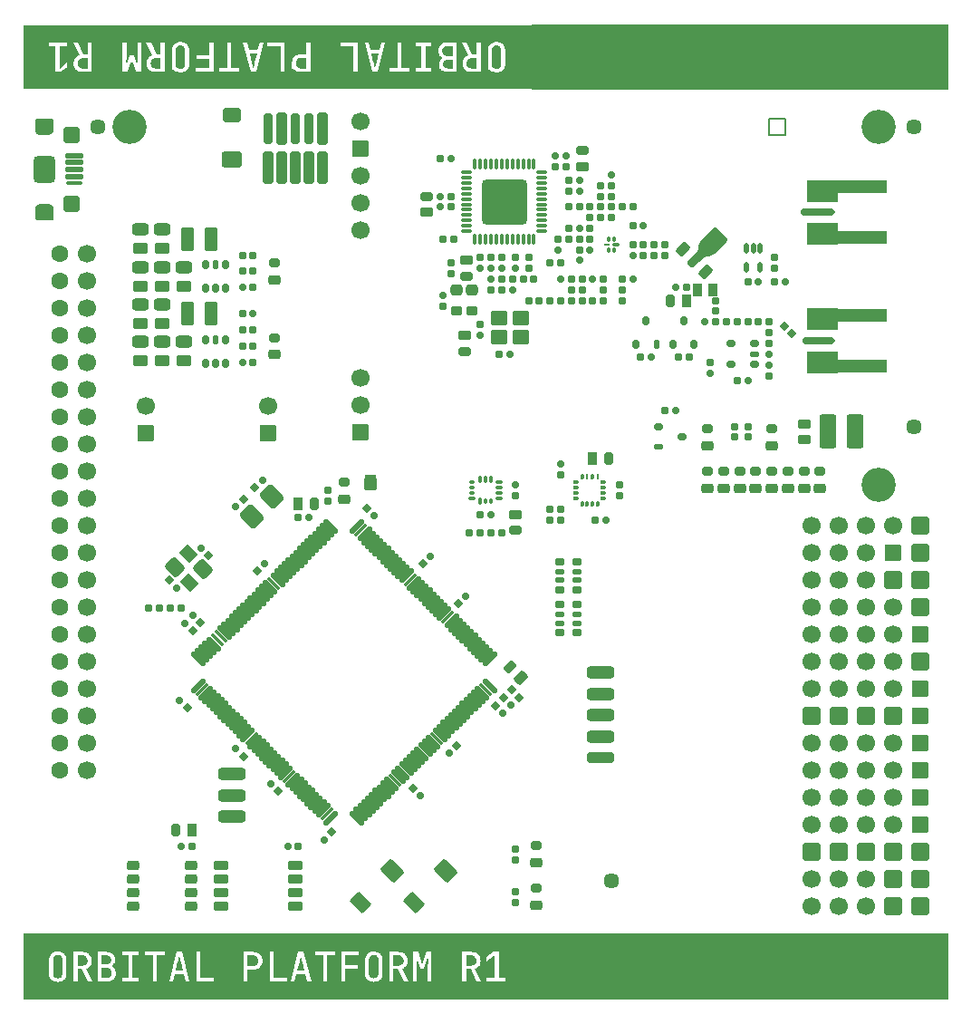
<source format=gts>
%FSTAX23Y23*%
%MOIN*%
%SFA1B1*%

%IPPOS*%
%AMD17*
4,1,8,-0.018700,0.023000,-0.023000,0.018700,-0.023000,0.014600,0.014600,-0.023000,0.018700,-0.023000,0.023000,-0.018700,0.023000,-0.014600,-0.014600,0.023000,-0.018700,0.023000,0.0*
1,1,0.005906,-0.016700,0.020900*
1,1,0.005906,-0.020900,0.016700*
1,1,0.005906,0.016700,-0.020900*
1,1,0.005906,0.020900,-0.016700*
%
%AMD18*
4,1,8,0.023000,0.018700,0.018700,0.023000,0.014600,0.023000,-0.023000,-0.014600,-0.023000,-0.018700,-0.018700,-0.023000,-0.014600,-0.023000,0.023000,0.014600,0.023000,0.018700,0.0*
1,1,0.005906,0.020900,0.016700*
1,1,0.005906,0.016700,0.020900*
1,1,0.005906,-0.020900,-0.016700*
1,1,0.005906,-0.016700,-0.020900*
%
%AMD19*
4,1,8,-0.007700,-0.011800,0.007700,-0.011800,0.011800,-0.007700,0.011800,0.007700,0.007700,0.011800,-0.007700,0.011800,-0.011800,0.007700,-0.011800,-0.007700,-0.007700,-0.011800,0.0*
1,1,0.008268,-0.007700,-0.007700*
1,1,0.008268,0.007700,-0.007700*
1,1,0.008268,0.007700,0.007700*
1,1,0.008268,-0.007700,0.007700*
%
%AMD21*
4,1,8,-0.021700,0.010200,-0.021700,-0.010200,-0.016100,-0.015700,0.016100,-0.015700,0.021700,-0.010200,0.021700,0.010200,0.016100,0.015700,-0.016100,0.015700,-0.021700,0.010200,0.0*
1,1,0.011024,-0.016100,0.010200*
1,1,0.011024,-0.016100,-0.010200*
1,1,0.011024,0.016100,-0.010200*
1,1,0.011024,0.016100,0.010200*
%
%AMD22*
4,1,8,-0.002500,-0.008900,0.002500,-0.008900,0.004900,-0.006400,0.004900,0.006400,0.002500,0.008900,-0.002500,0.008900,-0.004900,0.006400,-0.004900,-0.006400,-0.002500,-0.008900,0.0*
1,1,0.004921,-0.002500,-0.006400*
1,1,0.004921,0.002500,-0.006400*
1,1,0.004921,0.002500,0.006400*
1,1,0.004921,-0.002500,0.006400*
%
%AMD23*
4,1,8,0.011800,-0.007700,0.011800,0.007700,0.007700,0.011800,-0.007700,0.011800,-0.011800,0.007700,-0.011800,-0.007700,-0.007700,-0.011800,0.007700,-0.011800,0.011800,-0.007700,0.0*
1,1,0.008268,0.007700,-0.007700*
1,1,0.008268,0.007700,0.007700*
1,1,0.008268,-0.007700,0.007700*
1,1,0.008268,-0.007700,-0.007700*
%
%AMD24*
4,1,8,0.010200,0.021700,-0.010200,0.021700,-0.015700,0.016100,-0.015700,-0.016100,-0.010200,-0.021700,0.010200,-0.021700,0.015700,-0.016100,0.015700,0.016100,0.010200,0.021700,0.0*
1,1,0.011024,0.010200,0.016100*
1,1,0.011024,-0.010200,0.016100*
1,1,0.011024,-0.010200,-0.016100*
1,1,0.011024,0.010200,-0.016100*
%
%AMD25*
4,1,8,0.022600,0.008100,0.008100,0.022600,0.000300,0.022500,-0.022500,-0.000300,-0.022600,-0.008100,-0.008100,-0.022600,-0.000300,-0.022500,0.022500,0.000300,0.022600,0.008100,0.0*
1,1,0.011024,0.018600,0.004200*
1,1,0.011024,0.004200,0.018600*
1,1,0.011024,-0.018600,-0.004200*
1,1,0.011024,-0.004200,-0.018600*
%
%AMD26*
4,1,8,-0.007900,-0.003900,0.007900,-0.003900,0.009800,-0.002000,0.009800,0.002000,0.007900,0.003900,-0.007900,0.003900,-0.009800,0.002000,-0.009800,-0.002000,-0.007900,-0.003900,0.0*
1,1,0.003937,-0.007900,-0.002000*
1,1,0.003937,0.007900,-0.002000*
1,1,0.003937,0.007900,0.002000*
1,1,0.003937,-0.007900,0.002000*
%
%AMD27*
4,1,8,-0.027600,0.012800,-0.027600,-0.012800,-0.020700,-0.019700,0.020700,-0.019700,0.027600,-0.012800,0.027600,0.012800,0.020700,0.019700,-0.020700,0.019700,-0.027600,0.012800,0.0*
1,1,0.013780,-0.020700,0.012800*
1,1,0.013780,-0.020700,-0.012800*
1,1,0.013780,0.020700,-0.012800*
1,1,0.013780,0.020700,0.012800*
%
%AMD28*
4,1,8,0.009800,-0.010800,0.009800,0.010800,0.004900,0.015700,-0.004900,0.015700,-0.009800,0.010800,-0.009800,-0.010800,-0.004900,-0.015700,0.004900,-0.015700,0.009800,-0.010800,0.0*
1,1,0.009843,0.004900,-0.010800*
1,1,0.009843,0.004900,0.010800*
1,1,0.009843,-0.004900,0.010800*
1,1,0.009843,-0.004900,-0.010800*
%
%AMD29*
4,1,8,-0.013800,-0.002900,-0.002900,-0.013800,0.002900,-0.013800,0.013800,-0.002900,0.013800,0.002900,0.002900,0.013800,-0.002900,0.013800,-0.013800,0.002900,-0.013800,-0.002900,0.0*
1,1,0.008268,-0.010900,0.000000*
1,1,0.008268,0.000000,-0.010900*
1,1,0.008268,0.010900,0.000000*
1,1,0.008268,0.000000,0.010900*
%
%AMD30*
4,1,8,0.002900,-0.013800,0.013800,-0.002900,0.013800,0.002900,0.002900,0.013800,-0.002900,0.013800,-0.013800,0.002900,-0.013800,-0.002900,-0.002900,-0.013800,0.002900,-0.013800,0.0*
1,1,0.008268,0.000000,-0.010900*
1,1,0.008268,0.010900,0.000000*
1,1,0.008268,0.000000,0.010900*
1,1,0.008268,-0.010900,0.000000*
%
%AMD31*
4,1,8,0.019200,0.029500,-0.019200,0.029500,-0.029500,0.019200,-0.029500,-0.019200,-0.019200,-0.029500,0.019200,-0.029500,0.029500,-0.019200,0.029500,0.019200,0.019200,0.029500,0.0*
1,1,0.020669,0.019200,0.019200*
1,1,0.020669,-0.019200,0.019200*
1,1,0.020669,-0.019200,-0.019200*
1,1,0.020669,0.019200,-0.019200*
%
%AMD32*
4,1,8,0.026100,0.006900,-0.026100,0.006900,-0.029500,0.003400,-0.029500,-0.003400,-0.026100,-0.006900,0.026100,-0.006900,0.029500,-0.003400,0.029500,0.003400,0.026100,0.006900,0.0*
1,1,0.006890,0.026100,0.003400*
1,1,0.006890,-0.026100,0.003400*
1,1,0.006890,-0.026100,-0.003400*
1,1,0.006890,0.026100,-0.003400*
%
%AMD33*
4,1,8,0.025600,0.049200,-0.025600,0.049200,-0.039400,0.035400,-0.039400,-0.035400,-0.025600,-0.049200,0.025600,-0.049200,0.039400,-0.035400,0.039400,0.035400,0.025600,0.049200,0.0*
1,1,0.027559,0.025600,0.035400*
1,1,0.027559,-0.025600,0.035400*
1,1,0.027559,-0.025600,-0.035400*
1,1,0.027559,0.025600,-0.035400*
%
%AMD34*
4,1,8,-0.010800,-0.009800,0.010800,-0.009800,0.015700,-0.004900,0.015700,0.004900,0.010800,0.009800,-0.010800,0.009800,-0.015700,0.004900,-0.015700,-0.004900,-0.010800,-0.009800,0.0*
1,1,0.009843,-0.010800,-0.004900*
1,1,0.009843,0.010800,-0.004900*
1,1,0.009843,0.010800,0.004900*
1,1,0.009843,-0.010800,0.004900*
%
%AMD37*
4,1,8,0.000000,0.022200,-0.022200,0.000000,-0.022300,-0.011100,-0.011100,-0.022300,0.000000,-0.022200,0.022200,0.000000,0.022300,0.011100,0.011100,0.022300,0.000000,0.022200,0.0*
1,1,0.015748,0.005500,0.016700*
1,1,0.015748,-0.016700,-0.005500*
1,1,0.015748,-0.005500,-0.016700*
1,1,0.015748,0.016700,0.005500*
%
%AMD39*
4,1,8,0.030300,0.003000,0.003000,0.030300,-0.008600,0.030400,-0.030400,0.008600,-0.030300,-0.003000,-0.003000,-0.030300,0.008600,-0.030400,0.030400,-0.008600,0.030300,0.003000,0.0*
1,1,0.016535,0.024500,-0.002800*
1,1,0.016535,-0.002800,0.024500*
1,1,0.016535,-0.024500,0.002800*
1,1,0.016535,0.002800,-0.024500*
%
%AMD40*
4,1,8,-0.005900,0.006900,-0.005900,-0.006900,-0.003000,-0.009800,0.003000,-0.009800,0.005900,-0.006900,0.005900,0.006900,0.003000,0.009800,-0.003000,0.009800,-0.005900,0.006900,0.0*
1,1,0.005906,-0.003000,0.006900*
1,1,0.005906,-0.003000,-0.006900*
1,1,0.005906,0.003000,-0.006900*
1,1,0.005906,0.003000,0.006900*
%
%AMD41*
4,1,8,0.006900,0.005900,-0.006900,0.005900,-0.009800,0.003000,-0.009800,-0.003000,-0.006900,-0.005900,0.006900,-0.005900,0.009800,-0.003000,0.009800,0.003000,0.006900,0.005900,0.0*
1,1,0.005906,0.006900,0.003000*
1,1,0.005906,-0.006900,0.003000*
1,1,0.005906,-0.006900,-0.003000*
1,1,0.005906,0.006900,-0.003000*
%
%AMD42*
4,1,8,0.019700,-0.010200,0.019700,0.010200,0.014200,0.015700,-0.014200,0.015700,-0.019700,0.010200,-0.019700,-0.010200,-0.014200,-0.015700,0.014200,-0.015700,0.019700,-0.010200,0.0*
1,1,0.011024,0.014200,-0.010200*
1,1,0.011024,0.014200,0.010200*
1,1,0.011024,-0.014200,0.010200*
1,1,0.011024,-0.014200,-0.010200*
%
%AMD43*
4,1,8,-0.010100,0.037300,-0.037300,0.010100,-0.037300,0.001100,0.001100,-0.037300,0.010100,-0.037300,0.037300,-0.010100,0.037300,-0.001100,-0.001100,0.037300,-0.010100,0.037300,0.0*
1,1,0.012795,-0.005600,0.032700*
1,1,0.012795,-0.032700,0.005600*
1,1,0.012795,0.005600,-0.032700*
1,1,0.012795,0.032700,-0.005600*
%
%AMD48*
4,1,8,0.033500,-0.019200,0.033500,0.019200,0.027100,0.025600,-0.027100,0.025600,-0.033500,0.019200,-0.033500,-0.019200,-0.027100,-0.025600,0.027100,-0.025600,0.033500,-0.019200,0.0*
1,1,0.012795,0.027100,-0.019200*
1,1,0.012795,0.027100,0.019200*
1,1,0.012795,-0.027100,0.019200*
1,1,0.012795,-0.027100,-0.019200*
%
%AMD49*
4,1,8,0.015700,-0.049600,0.015700,0.049600,0.010200,0.055100,-0.010200,0.055100,-0.015700,0.049600,-0.015700,-0.049600,-0.010200,-0.055100,0.010200,-0.055100,0.015700,-0.049600,0.0*
1,1,0.011024,0.010200,-0.049600*
1,1,0.011024,0.010200,0.049600*
1,1,0.011024,-0.010200,0.049600*
1,1,0.011024,-0.010200,-0.049600*
%
%AMD62*
4,1,8,-0.021600,0.025800,-0.025800,0.021600,-0.025700,0.011900,0.011900,-0.025700,0.021600,-0.025800,0.025800,-0.021600,0.025700,-0.011900,-0.011900,0.025700,-0.021600,0.025800,0.0*
1,1,0.013780,-0.016700,0.020900*
1,1,0.013780,-0.020900,0.016700*
1,1,0.013780,0.016700,-0.020900*
1,1,0.013780,0.020900,-0.016700*
%
%AMD63*
4,1,8,0.025800,0.021600,0.021600,0.025800,0.011900,0.025700,-0.025700,-0.011900,-0.025800,-0.021600,-0.021600,-0.025800,-0.011900,-0.025700,0.025700,0.011900,0.025800,0.021600,0.0*
1,1,0.013780,0.020900,0.016700*
1,1,0.013780,0.016700,0.020900*
1,1,0.013780,-0.020900,-0.016700*
1,1,0.013780,-0.016700,-0.020900*
%
%AMD64*
4,1,8,0.012800,0.017700,-0.012800,0.017700,-0.023600,0.006900,-0.023600,-0.006900,-0.012800,-0.017700,0.012800,-0.017700,0.023600,-0.006900,0.023600,0.006900,0.012800,0.017700,0.0*
1,1,0.021654,0.012800,0.006900*
1,1,0.021654,-0.012800,0.006900*
1,1,0.021654,-0.012800,-0.006900*
1,1,0.021654,0.012800,-0.006900*
%
%AMD65*
4,1,8,-0.002200,-0.019700,0.002200,-0.019700,0.008300,-0.013600,0.008300,0.013600,0.002200,0.019700,-0.002200,0.019700,-0.008300,0.013600,-0.008300,-0.013600,-0.002200,-0.019700,0.0*
1,1,0.012205,-0.002200,-0.013600*
1,1,0.012205,0.002200,-0.013600*
1,1,0.012205,0.002200,0.013600*
1,1,0.012205,-0.002200,0.013600*
%
%AMD66*
4,1,8,0.019700,-0.002200,0.019700,0.002200,0.013600,0.008300,-0.013600,0.008300,-0.019700,0.002200,-0.019700,-0.002200,-0.013600,-0.008300,0.013600,-0.008300,0.019700,-0.002200,0.0*
1,1,0.012205,0.013600,-0.002200*
1,1,0.012205,0.013600,0.002200*
1,1,0.012205,-0.013600,0.002200*
1,1,0.012205,-0.013600,-0.002200*
%
%AMD67*
4,1,8,0.003000,0.019700,-0.003000,0.019700,-0.009800,0.012800,-0.009800,-0.012800,-0.003000,-0.019700,0.003000,-0.019700,0.009800,-0.012800,0.009800,0.012800,0.003000,0.019700,0.0*
1,1,0.013780,0.003000,0.012800*
1,1,0.013780,-0.003000,0.012800*
1,1,0.013780,-0.003000,-0.012800*
1,1,0.013780,0.003000,-0.012800*
%
%AMD68*
4,1,8,0.016700,0.017700,-0.016700,0.017700,-0.027600,0.006900,-0.027600,-0.006900,-0.016700,-0.017700,0.016700,-0.017700,0.027600,-0.006900,0.027600,0.006900,0.016700,0.017700,0.0*
1,1,0.021654,0.016700,0.006900*
1,1,0.021654,-0.016700,0.006900*
1,1,0.021654,-0.016700,-0.006900*
1,1,0.021654,0.016700,-0.006900*
%
%AMD69*
4,1,8,-0.021700,0.010200,-0.021700,-0.010200,-0.012200,-0.019700,0.012200,-0.019700,0.021700,-0.010200,0.021700,0.010200,0.012200,0.019700,-0.012200,0.019700,-0.021700,0.010200,0.0*
1,1,0.018898,-0.012200,0.010200*
1,1,0.018898,-0.012200,-0.010200*
1,1,0.018898,0.012200,-0.010200*
1,1,0.018898,0.012200,0.010200*
%
%AMD70*
4,1,8,0.019300,0.027600,-0.019300,0.027600,-0.031500,0.015400,-0.031500,-0.015400,-0.019300,-0.027600,0.019300,-0.027600,0.031500,-0.015400,0.031500,0.015400,0.019300,0.027600,0.0*
1,1,0.024409,0.019300,0.015400*
1,1,0.024409,-0.019300,0.015400*
1,1,0.024409,-0.019300,-0.015400*
1,1,0.024409,0.019300,-0.015400*
%
%AMD71*
4,1,8,0.007700,0.013800,-0.007700,0.013800,-0.013800,0.007700,-0.013800,-0.007700,-0.007700,-0.013800,0.007700,-0.013800,0.013800,-0.007700,0.013800,0.007700,0.007700,0.013800,0.0*
1,1,0.012205,0.007700,0.007700*
1,1,0.012205,-0.007700,0.007700*
1,1,0.012205,-0.007700,-0.007700*
1,1,0.012205,0.007700,-0.007700*
%
%AMD72*
4,1,8,-0.001400,0.023600,-0.023600,0.001400,-0.023700,-0.012500,-0.012500,-0.023700,0.001400,-0.023600,0.023600,-0.001400,0.023700,0.012500,0.012500,0.023700,-0.001400,0.023600,0.0*
1,1,0.019685,0.005500,0.016700*
1,1,0.019685,-0.016700,-0.005500*
1,1,0.019685,-0.005500,-0.016700*
1,1,0.019685,0.016700,0.005500*
%
%AMD73*
4,1,8,-0.010200,-0.023600,0.010200,-0.023600,0.017700,-0.016100,0.017700,0.016100,0.010200,0.023600,-0.010200,0.023600,-0.017700,0.016100,-0.017700,-0.016100,-0.010200,-0.023600,0.0*
1,1,0.014961,-0.010200,-0.016100*
1,1,0.014961,0.010200,-0.016100*
1,1,0.014961,0.010200,0.016100*
1,1,0.014961,-0.010200,0.016100*
%
%AMD74*
4,1,8,-0.013800,0.007700,-0.013800,-0.007700,-0.007700,-0.013800,0.007700,-0.013800,0.013800,-0.007700,0.013800,0.007700,0.007700,0.013800,-0.007700,0.013800,-0.013800,0.007700,0.0*
1,1,0.012205,-0.007700,0.007700*
1,1,0.012205,-0.007700,-0.007700*
1,1,0.012205,0.007700,-0.007700*
1,1,0.012205,0.007700,0.007700*
%
%AMD75*
4,1,8,0.015200,0.004300,0.004300,0.015200,-0.004300,0.015200,-0.015200,0.004300,-0.015200,-0.004300,-0.004300,-0.015200,0.004300,-0.015200,0.015200,-0.004300,0.015200,0.004300,0.0*
1,1,0.012205,0.010900,0.000000*
1,1,0.012205,0.000000,0.010900*
1,1,0.012205,-0.010900,0.000000*
1,1,0.012205,0.000000,-0.010900*
%
%AMD76*
4,1,8,-0.010800,-0.011800,0.010800,-0.011800,0.017700,-0.004900,0.017700,0.004900,0.010800,0.011800,-0.010800,0.011800,-0.017700,0.004900,-0.017700,-0.004900,-0.010800,-0.011800,0.0*
1,1,0.013780,-0.010800,-0.004900*
1,1,0.013780,0.010800,-0.004900*
1,1,0.013780,0.010800,0.004900*
1,1,0.013780,-0.010800,0.004900*
%
%AMD77*
4,1,8,-0.009700,-0.009800,0.009700,-0.009800,0.015700,-0.003800,0.015700,0.003800,0.009700,0.009800,-0.009700,0.009800,-0.015700,0.003800,-0.015700,-0.003800,-0.009700,-0.009800,0.0*
1,1,0.012008,-0.009700,-0.003800*
1,1,0.012008,0.009700,-0.003800*
1,1,0.012008,0.009700,0.003800*
1,1,0.012008,-0.009700,0.003800*
%
%AMD78*
4,1,8,-0.011800,0.010800,-0.011800,-0.010800,-0.004900,-0.017700,0.004900,-0.017700,0.011800,-0.010800,0.011800,0.010800,0.004900,0.017700,-0.004900,0.017700,-0.011800,0.010800,0.0*
1,1,0.013780,-0.004900,0.010800*
1,1,0.013780,-0.004900,-0.010800*
1,1,0.013780,0.004900,-0.010800*
1,1,0.013780,0.004900,0.010800*
%
%AMD79*
4,1,8,-0.023600,0.010200,-0.023600,-0.010200,-0.016100,-0.017700,0.016100,-0.017700,0.023600,-0.010200,0.023600,0.010200,0.016100,0.017700,-0.016100,0.017700,-0.023600,0.010200,0.0*
1,1,0.014961,-0.016100,0.010200*
1,1,0.014961,-0.016100,-0.010200*
1,1,0.014961,0.016100,-0.010200*
1,1,0.014961,0.016100,0.010200*
%
%AMD80*
4,1,8,-0.039400,-0.021700,0.039400,-0.021700,0.051200,-0.009800,0.051200,0.009800,0.039400,0.021700,-0.039400,0.021700,-0.051200,0.009800,-0.051200,-0.009800,-0.039400,-0.021700,0.0*
1,1,0.023622,-0.039400,-0.009800*
1,1,0.023622,0.039400,-0.009800*
1,1,0.023622,0.039400,0.009800*
1,1,0.023622,-0.039400,0.009800*
%
%AMD81*
4,1,8,-0.068600,-0.082700,0.068600,-0.082700,0.082700,-0.068600,0.082700,0.068600,0.068600,0.082700,-0.068600,0.082700,-0.082700,0.068600,-0.082700,-0.068600,-0.068600,-0.082700,0.0*
1,1,0.028150,-0.068600,-0.068600*
1,1,0.028150,0.068600,-0.068600*
1,1,0.028150,0.068600,0.068600*
1,1,0.028150,-0.068600,0.068600*
%
%AMD82*
4,1,8,-0.007900,0.006900,-0.007900,-0.006900,-0.003000,-0.011800,0.003000,-0.011800,0.007900,-0.006900,0.007900,0.006900,0.003000,0.011800,-0.003000,0.011800,-0.007900,0.006900,0.0*
1,1,0.009843,-0.003000,0.006900*
1,1,0.009843,-0.003000,-0.006900*
1,1,0.009843,0.003000,-0.006900*
1,1,0.009843,0.003000,0.006900*
%
%AMD83*
4,1,8,0.006900,0.007900,-0.006900,0.007900,-0.011800,0.003000,-0.011800,-0.003000,-0.006900,-0.007900,0.006900,-0.007900,0.011800,-0.003000,0.011800,0.003000,0.006900,0.007900,0.0*
1,1,0.009843,0.006900,0.003000*
1,1,0.009843,-0.006900,0.003000*
1,1,0.009843,-0.006900,-0.003000*
1,1,0.009843,0.006900,-0.003000*
%
%AMD84*
4,1,8,0.033200,0.005900,0.005900,0.033200,-0.011400,0.033200,-0.033200,0.011400,-0.033200,-0.005900,-0.005900,-0.033200,0.011400,-0.033200,0.033200,-0.011400,0.033200,0.005900,0.0*
1,1,0.024409,0.024500,-0.002800*
1,1,0.024409,-0.002800,0.024500*
1,1,0.024409,-0.024500,0.002800*
1,1,0.024409,0.002800,-0.024500*
%
%AMD85*
4,1,8,0.004300,-0.015200,0.015200,-0.004300,0.015200,0.004300,0.004300,0.015200,-0.004300,0.015200,-0.015200,0.004300,-0.015200,-0.004300,-0.004300,-0.015200,0.004300,-0.015200,0.0*
1,1,0.012205,0.000000,-0.010900*
1,1,0.012205,0.010900,0.000000*
1,1,0.012205,0.000000,0.010900*
1,1,0.012205,-0.010900,0.000000*
%
%AMD86*
4,1,8,0.021700,-0.010200,0.021700,0.010200,0.014200,0.017700,-0.014200,0.017700,-0.021700,0.010200,-0.021700,-0.010200,-0.014200,-0.017700,0.014200,-0.017700,0.021700,-0.010200,0.0*
1,1,0.014961,0.014200,-0.010200*
1,1,0.014961,0.014200,0.010200*
1,1,0.014961,-0.014200,0.010200*
1,1,0.014961,-0.014200,-0.010200*
%
%AMD87*
4,1,8,-0.039400,-0.019700,0.039400,-0.019700,0.049200,-0.009800,0.049200,0.009800,0.039400,0.019700,-0.039400,0.019700,-0.049200,0.009800,-0.049200,-0.009800,-0.039400,-0.019700,0.0*
1,1,0.019685,-0.039400,-0.009800*
1,1,0.019685,0.039400,-0.009800*
1,1,0.019685,0.039400,0.009800*
1,1,0.019685,-0.039400,0.009800*
%
%AMD88*
4,1,8,-0.012900,0.040000,-0.040000,0.012900,-0.040000,-0.001700,-0.001700,-0.040000,0.012900,-0.040000,0.040000,-0.012900,0.040000,0.001700,0.001700,0.040000,-0.012900,0.040000,0.0*
1,1,0.020669,-0.005600,0.032700*
1,1,0.020669,-0.032700,0.005600*
1,1,0.020669,0.005600,-0.032700*
1,1,0.020669,0.032700,-0.005600*
%
%AMD89*
4,1,8,0.020700,0.063000,-0.020700,0.063000,-0.031500,0.052200,-0.031500,-0.052200,-0.020700,-0.063000,0.020700,-0.063000,0.031500,-0.052200,0.031500,0.052200,0.020700,0.063000,0.0*
1,1,0.021654,0.020700,0.052200*
1,1,0.021654,-0.020700,0.052200*
1,1,0.021654,-0.020700,-0.052200*
1,1,0.021654,0.020700,-0.052200*
%
%AMD90*
4,1,8,-0.017700,0.007700,-0.017700,-0.007700,-0.011600,-0.013800,0.011600,-0.013800,0.017700,-0.007700,0.017700,0.007700,0.011600,0.013800,-0.011600,0.013800,-0.017700,0.007700,0.0*
1,1,0.012205,-0.011600,0.007700*
1,1,0.012205,-0.011600,-0.007700*
1,1,0.012205,0.011600,-0.007700*
1,1,0.012205,0.011600,0.007700*
%
%AMD91*
4,1,8,-0.017700,0.005100,-0.017700,-0.005100,-0.013000,-0.009800,0.013000,-0.009800,0.017700,-0.005100,0.017700,0.005100,0.013000,0.009800,-0.013000,0.009800,-0.017700,0.005100,0.0*
1,1,0.009449,-0.013000,0.005100*
1,1,0.009449,-0.013000,-0.005100*
1,1,0.009449,0.013000,-0.005100*
1,1,0.009449,0.013000,0.005100*
%
%AMD92*
4,1,8,-0.019700,0.010200,-0.019700,-0.010200,-0.012200,-0.017700,0.012200,-0.017700,0.019700,-0.010200,0.019700,0.010200,0.012200,0.017700,-0.012200,0.017700,-0.019700,0.010200,0.0*
1,1,0.014961,-0.012200,0.010200*
1,1,0.014961,-0.012200,-0.010200*
1,1,0.014961,0.012200,-0.010200*
1,1,0.014961,0.012200,0.010200*
%
%AMD93*
4,1,8,0.019700,-0.049600,0.019700,0.049600,0.010200,0.059100,-0.010200,0.059100,-0.019700,0.049600,-0.019700,-0.049600,-0.010200,-0.059100,0.010200,-0.059100,0.019700,-0.049600,0.0*
1,1,0.018898,0.010200,-0.049600*
1,1,0.018898,0.010200,0.049600*
1,1,0.018898,-0.010200,0.049600*
1,1,0.018898,-0.010200,-0.049600*
%
%AMD94*
4,1,8,0.037400,-0.019200,0.037400,0.019200,0.027100,0.029500,-0.027100,0.029500,-0.037400,0.019200,-0.037400,-0.019200,-0.027100,-0.029500,0.027100,-0.029500,0.037400,-0.019200,0.0*
1,1,0.020669,0.027100,-0.019200*
1,1,0.020669,0.027100,0.019200*
1,1,0.020669,-0.027100,0.019200*
1,1,0.020669,-0.027100,-0.019200*
%
%AMD95*
4,1,8,-0.007900,-0.005900,0.007900,-0.005900,0.011800,-0.002000,0.011800,0.002000,0.007900,0.005900,-0.007900,0.005900,-0.011800,0.002000,-0.011800,-0.002000,-0.007900,-0.005900,0.0*
1,1,0.007874,-0.007900,-0.002000*
1,1,0.007874,0.007900,-0.002000*
1,1,0.007874,0.007900,0.002000*
1,1,0.007874,-0.007900,0.002000*
%
%AMD96*
4,1,8,-0.002000,-0.008500,0.002000,-0.008500,0.005900,-0.004500,0.005900,0.004500,0.002000,0.008500,-0.002000,0.008500,-0.005900,0.004500,-0.005900,-0.004500,-0.002000,-0.008500,0.0*
1,1,0.007874,-0.002000,-0.004500*
1,1,0.007874,0.002000,-0.004500*
1,1,0.007874,0.002000,0.004500*
1,1,0.007874,-0.002000,0.004500*
%
%AMD97*
4,1,8,0.023900,0.009500,0.009500,0.023900,-0.001100,0.023900,-0.023900,0.001100,-0.023900,-0.009500,-0.009500,-0.023900,0.001100,-0.023900,0.023900,-0.001100,0.023900,0.009500,0.0*
1,1,0.014961,0.018600,0.004200*
1,1,0.014961,0.004200,0.018600*
1,1,0.014961,-0.018600,-0.004200*
1,1,0.014961,-0.004200,-0.018600*
%
%AMD98*
4,1,8,-0.002500,-0.010800,0.002500,-0.010800,0.006900,-0.006400,0.006900,0.006400,0.002500,0.010800,-0.002500,0.010800,-0.006900,0.006400,-0.006900,-0.006400,-0.002500,-0.010800,0.0*
1,1,0.008858,-0.002500,-0.006400*
1,1,0.008858,0.002500,-0.006400*
1,1,0.008858,0.002500,0.006400*
1,1,0.008858,-0.002500,0.006400*
%
%AMD99*
4,1,8,-0.010800,0.002500,-0.010800,-0.002500,-0.006400,-0.006900,0.006400,-0.006900,0.010800,-0.002500,0.010800,0.002500,0.006400,0.006900,-0.006400,0.006900,-0.010800,0.002500,0.0*
1,1,0.008858,-0.006400,0.002500*
1,1,0.008858,-0.006400,-0.002500*
1,1,0.008858,0.006400,-0.002500*
1,1,0.008858,0.006400,0.002500*
%
%AMD100*
4,1,8,-0.015200,0.040500,-0.040500,0.015200,-0.040500,-0.004000,-0.004000,-0.040500,0.015200,-0.040500,0.040500,-0.015200,0.040500,0.004000,0.004000,0.040500,-0.015200,0.040500,0.0*
1,1,0.027165,-0.005600,0.030900*
1,1,0.027165,-0.030900,0.005600*
1,1,0.027165,0.005600,-0.030900*
1,1,0.027165,0.030900,-0.005600*
%
%AMD101*
4,1,8,-0.019700,0.010600,-0.019700,-0.010600,-0.018500,-0.011800,0.018500,-0.011800,0.019700,-0.010600,0.019700,0.010600,0.018500,0.011800,-0.018500,0.011800,-0.019700,0.010600,0.0*
1,1,0.002362,-0.018500,0.010600*
1,1,0.002362,-0.018500,-0.010600*
1,1,0.002362,0.018500,-0.010600*
1,1,0.002362,0.018500,0.010600*
%
%AMD102*
4,1,8,-0.021700,0.010600,-0.021700,-0.010600,-0.018500,-0.013800,0.018500,-0.013800,0.021700,-0.010600,0.021700,0.010600,0.018500,0.013800,-0.018500,0.013800,-0.021700,0.010600,0.0*
1,1,0.006299,-0.018500,0.010600*
1,1,0.006299,-0.018500,-0.010600*
1,1,0.006299,0.018500,-0.010600*
1,1,0.006299,0.018500,0.010600*
%
%AMD103*
4,1,8,-0.029500,0.012800,-0.029500,-0.012800,-0.020700,-0.021700,0.020700,-0.021700,0.029500,-0.012800,0.029500,0.012800,0.020700,0.021700,-0.020700,0.021700,-0.029500,0.012800,0.0*
1,1,0.017717,-0.020700,0.012800*
1,1,0.017717,-0.020700,-0.012800*
1,1,0.017717,0.020700,-0.012800*
1,1,0.017717,0.020700,0.012800*
%
%AMD104*
4,1,8,0.014100,0.043300,-0.014100,0.043300,-0.023600,0.033800,-0.023600,-0.033800,-0.014100,-0.043300,0.014100,-0.043300,0.023600,-0.033800,0.023600,0.033800,0.014100,0.043300,0.0*
1,1,0.019094,0.014100,0.033800*
1,1,0.019094,-0.014100,0.033800*
1,1,0.019094,-0.014100,-0.033800*
1,1,0.019094,0.014100,-0.033800*
%
%AMD105*
4,1,8,0.026100,0.010800,-0.026100,0.010800,-0.033500,0.003400,-0.033500,-0.003400,-0.026100,-0.010800,0.026100,-0.010800,0.033500,-0.003400,0.033500,0.003400,0.026100,0.010800,0.0*
1,1,0.014764,0.026100,0.003400*
1,1,0.014764,-0.026100,0.003400*
1,1,0.014764,-0.026100,-0.003400*
1,1,0.014764,0.026100,-0.003400*
%
%AMD106*
4,1,8,-0.020700,-0.031500,0.020700,-0.031500,0.031500,-0.020700,0.031500,0.020700,0.020700,0.031500,-0.020700,0.031500,-0.031500,0.020700,-0.031500,-0.020700,-0.020700,-0.031500,0.0*
1,1,0.021654,-0.020700,-0.020700*
1,1,0.021654,0.020700,-0.020700*
1,1,0.021654,0.020700,0.020700*
1,1,0.021654,-0.020700,0.020700*
%
%AMD107*
4,1,8,-0.033500,0.020700,-0.033500,-0.020700,-0.020700,-0.033500,0.020700,-0.033500,0.033500,-0.020700,0.033500,0.020700,0.020700,0.033500,-0.020700,0.033500,-0.033500,0.020700,0.0*
1,1,0.025591,-0.020700,0.020700*
1,1,0.025591,-0.020700,-0.020700*
1,1,0.025591,0.020700,-0.020700*
1,1,0.025591,0.020700,0.020700*
%
%AMD108*
4,1,8,-0.031500,0.020700,-0.031500,-0.020700,-0.020700,-0.031500,0.020700,-0.031500,0.031500,-0.020700,0.031500,0.020700,0.020700,0.031500,-0.020700,0.031500,-0.031500,0.020700,0.0*
1,1,0.021654,-0.020700,0.020700*
1,1,0.021654,-0.020700,-0.020700*
1,1,0.021654,0.020700,-0.020700*
1,1,0.021654,0.020700,0.020700*
%
%AMD110*
4,1,8,0.020700,0.033500,-0.020700,0.033500,-0.033500,0.020700,-0.033500,-0.020700,-0.020700,-0.033500,0.020700,-0.033500,0.033500,-0.020700,0.033500,0.020700,0.020700,0.033500,0.0*
1,1,0.025591,0.020700,0.020700*
1,1,0.025591,-0.020700,0.020700*
1,1,0.025591,-0.020700,-0.020700*
1,1,0.025591,0.020700,-0.020700*
%
%ADD10C,0.007874*%
G04~CAMADD=17~8~0.0~0.0~118.1~590.6~29.5~0.0~15~0.0~0.0~0.0~0.0~0~0.0~0.0~0.0~0.0~0~0.0~0.0~0.0~45.0~476.0~476.0*
%ADD17D17*%
G04~CAMADD=18~8~0.0~0.0~118.1~590.6~29.5~0.0~15~0.0~0.0~0.0~0.0~0~0.0~0.0~0.0~0.0~0~0.0~0.0~0.0~315.0~476.0~476.0*
%ADD18D18*%
G04~CAMADD=19~8~0.0~0.0~236.2~236.2~41.3~0.0~15~0.0~0.0~0.0~0.0~0~0.0~0.0~0.0~0.0~0~0.0~0.0~0.0~180.0~236.0~236.0*
%ADD19D19*%
G04~CAMADD=21~8~0.0~0.0~315.0~433.1~55.1~0.0~15~0.0~0.0~0.0~0.0~0~0.0~0.0~0.0~0.0~0~0.0~0.0~0.0~90.0~434.0~315.0*
%ADD21D21*%
G04~CAMADD=22~8~0.0~0.0~98.4~177.2~24.6~0.0~15~0.0~0.0~0.0~0.0~0~0.0~0.0~0.0~0.0~0~0.0~0.0~0.0~180.0~100.0~178.0*
%ADD22D22*%
G04~CAMADD=23~8~0.0~0.0~236.2~236.2~41.3~0.0~15~0.0~0.0~0.0~0.0~0~0.0~0.0~0.0~0.0~0~0.0~0.0~0.0~270.0~236.0~236.0*
%ADD23D23*%
G04~CAMADD=24~8~0.0~0.0~315.0~433.1~55.1~0.0~15~0.0~0.0~0.0~0.0~0~0.0~0.0~0.0~0.0~0~0.0~0.0~0.0~0.0~315.0~433.1*
%ADD24D24*%
G04~CAMADD=25~8~0.0~0.0~315.0~433.1~55.1~0.0~15~0.0~0.0~0.0~0.0~0~0.0~0.0~0.0~0.0~0~0.0~0.0~0.0~315.0~482.0~482.0*
%ADD25D25*%
G04~CAMADD=26~8~0.0~0.0~196.9~78.7~19.7~0.0~15~0.0~0.0~0.0~0.0~0~0.0~0.0~0.0~0.0~0~0.0~0.0~0.0~180.0~196.0~78.0*
%ADD26D26*%
G04~CAMADD=27~8~0.0~0.0~393.7~551.2~68.9~0.0~15~0.0~0.0~0.0~0.0~0~0.0~0.0~0.0~0.0~0~0.0~0.0~0.0~90.0~552.0~395.0*
%ADD27D27*%
G04~CAMADD=28~8~0.0~0.0~315.0~196.9~49.2~0.0~15~0.0~0.0~0.0~0.0~0~0.0~0.0~0.0~0.0~0~0.0~0.0~0.0~270.0~196.0~314.0*
%ADD28D28*%
G04~CAMADD=29~8~0.0~0.0~236.2~236.2~41.3~0.0~15~0.0~0.0~0.0~0.0~0~0.0~0.0~0.0~0.0~0~0.0~0.0~0.0~135.0~300.0~299.0*
%ADD29D29*%
G04~CAMADD=30~8~0.0~0.0~236.2~236.2~41.3~0.0~15~0.0~0.0~0.0~0.0~0~0.0~0.0~0.0~0.0~0~0.0~0.0~0.0~225.0~300.0~299.0*
%ADD30D30*%
G04~CAMADD=31~8~0.0~0.0~590.6~590.6~103.3~0.0~15~0.0~0.0~0.0~0.0~0~0.0~0.0~0.0~0.0~0~0.0~0.0~0.0~0.0~590.6~590.6*
%ADD31D31*%
G04~CAMADD=32~8~0.0~0.0~590.6~137.8~34.4~0.0~15~0.0~0.0~0.0~0.0~0~0.0~0.0~0.0~0.0~0~0.0~0.0~0.0~0.0~590.6~137.8*
%ADD32D32*%
G04~CAMADD=33~8~0.0~0.0~787.4~984.3~137.8~0.0~15~0.0~0.0~0.0~0.0~0~0.0~0.0~0.0~0.0~0~0.0~0.0~0.0~0.0~787.4~984.3*
%ADD33D33*%
G04~CAMADD=34~8~0.0~0.0~315.0~196.9~49.2~0.0~15~0.0~0.0~0.0~0.0~0~0.0~0.0~0.0~0.0~0~0.0~0.0~0.0~180.0~314.0~196.0*
%ADD34D34*%
G04~CAMADD=37~8~0.0~0.0~472.4~315.0~78.7~0.0~15~0.0~0.0~0.0~0.0~0~0.0~0.0~0.0~0.0~0~0.0~0.0~0.0~45.0~490.0~490.0*
%ADD37D37*%
G04~CAMADD=39~8~0.0~0.0~551.2~472.4~82.7~0.0~15~0.0~0.0~0.0~0.0~0~0.0~0.0~0.0~0.0~0~0.0~0.0~0.0~315.0~654.0~654.0*
%ADD39D39*%
G04~CAMADD=40~8~0.0~0.0~196.9~118.1~29.5~0.0~15~0.0~0.0~0.0~0.0~0~0.0~0.0~0.0~0.0~0~0.0~0.0~0.0~90.0~118.0~196.0*
%ADD40D40*%
G04~CAMADD=41~8~0.0~0.0~196.9~118.1~29.5~0.0~15~0.0~0.0~0.0~0.0~0~0.0~0.0~0.0~0.0~0~0.0~0.0~0.0~0.0~196.9~118.1*
%ADD41D41*%
G04~CAMADD=42~8~0.0~0.0~315.0~393.7~55.1~0.0~15~0.0~0.0~0.0~0.0~0~0.0~0.0~0.0~0.0~0~0.0~0.0~0.0~270.0~394.0~315.0*
%ADD42D42*%
G04~CAMADD=43~8~0.0~0.0~511.8~669.3~64.0~0.0~15~0.0~0.0~0.0~0.0~0~0.0~0.0~0.0~0.0~0~0.0~0.0~0.0~45.0~783.0~781.0*
%ADD43D43*%
%ADD46R,0.181102X0.049212*%
%ADD47R,0.118110X0.078740*%
G04~CAMADD=48~8~0.0~0.0~511.8~669.3~64.0~0.0~15~0.0~0.0~0.0~0.0~0~0.0~0.0~0.0~0.0~0~0.0~0.0~0.0~270.0~670.0~512.0*
%ADD48D48*%
G04~CAMADD=49~8~0.0~0.0~1102.4~315.0~55.1~0.0~15~0.0~0.0~0.0~0.0~0~0.0~0.0~0.0~0.0~0~0.0~0.0~0.0~270.0~314.0~1102.0*
%ADD49D49*%
%ADD60C,0.027559*%
%ADD61R,0.047244X0.031496*%
G04~CAMADD=62~8~0.0~0.0~196.9~669.3~68.9~0.0~15~0.0~0.0~0.0~0.0~0~0.0~0.0~0.0~0.0~0~0.0~0.0~0.0~45.0~554.0~553.0*
%ADD62D62*%
G04~CAMADD=63~8~0.0~0.0~196.9~669.3~68.9~0.0~15~0.0~0.0~0.0~0.0~0~0.0~0.0~0.0~0.0~0~0.0~0.0~0.0~315.0~554.0~553.0*
%ADD63D63*%
G04~CAMADD=64~8~0.0~0.0~472.4~354.3~108.3~0.0~15~0.0~0.0~0.0~0.0~0~0.0~0.0~0.0~0.0~0~0.0~0.0~0.0~0.0~472.4~354.3*
%ADD64D64*%
G04~CAMADD=65~8~0.0~0.0~165.4~393.7~61.0~0.0~15~0.0~0.0~0.0~0.0~0~0.0~0.0~0.0~0.0~0~0.0~0.0~0.0~180.0~166.0~394.0*
%ADD65D65*%
G04~CAMADD=66~8~0.0~0.0~165.4~393.7~61.0~0.0~15~0.0~0.0~0.0~0.0~0~0.0~0.0~0.0~0.0~0~0.0~0.0~0.0~270.0~394.0~165.0*
%ADD66D66*%
G04~CAMADD=67~8~0.0~0.0~196.9~393.7~68.9~0.0~15~0.0~0.0~0.0~0.0~0~0.0~0.0~0.0~0.0~0~0.0~0.0~0.0~0.0~196.9~393.7*
%ADD67D67*%
G04~CAMADD=68~8~0.0~0.0~551.2~354.3~108.3~0.0~15~0.0~0.0~0.0~0.0~0~0.0~0.0~0.0~0.0~0~0.0~0.0~0.0~0.0~551.2~354.3*
%ADD68D68*%
G04~CAMADD=69~8~0.0~0.0~393.7~433.1~94.5~0.0~15~0.0~0.0~0.0~0.0~0~0.0~0.0~0.0~0.0~0~0.0~0.0~0.0~90.0~434.0~394.0*
%ADD69D69*%
G04~CAMADD=70~8~0.0~0.0~629.9~551.2~122.0~0.0~15~0.0~0.0~0.0~0.0~0~0.0~0.0~0.0~0.0~0~0.0~0.0~0.0~0.0~629.9~551.2*
%ADD70D70*%
G04~CAMADD=71~8~0.0~0.0~275.6~275.6~61.0~0.0~15~0.0~0.0~0.0~0.0~0~0.0~0.0~0.0~0.0~0~0.0~0.0~0.0~0.0~275.6~275.6*
%ADD71D71*%
G04~CAMADD=72~8~0.0~0.0~511.8~354.3~98.4~0.0~15~0.0~0.0~0.0~0.0~0~0.0~0.0~0.0~0.0~0~0.0~0.0~0.0~45.0~530.0~529.0*
%ADD72D72*%
G04~CAMADD=73~8~0.0~0.0~354.3~472.4~74.8~0.0~15~0.0~0.0~0.0~0.0~0~0.0~0.0~0.0~0.0~0~0.0~0.0~0.0~180.0~354.0~472.0*
%ADD73D73*%
G04~CAMADD=74~8~0.0~0.0~275.6~275.6~61.0~0.0~15~0.0~0.0~0.0~0.0~0~0.0~0.0~0.0~0.0~0~0.0~0.0~0.0~90.0~276.0~276.0*
%ADD74D74*%
G04~CAMADD=75~8~0.0~0.0~275.6~275.6~61.0~0.0~15~0.0~0.0~0.0~0.0~0~0.0~0.0~0.0~0.0~0~0.0~0.0~0.0~315.0~340.0~339.0*
%ADD75D75*%
G04~CAMADD=76~8~0.0~0.0~354.3~236.2~68.9~0.0~15~0.0~0.0~0.0~0.0~0~0.0~0.0~0.0~0.0~0~0.0~0.0~0.0~180.0~354.0~235.0*
%ADD76D76*%
G04~CAMADD=77~8~0.0~0.0~315.0~196.9~60.0~0.0~15~0.0~0.0~0.0~0.0~0~0.0~0.0~0.0~0.0~0~0.0~0.0~0.0~180.0~314.0~196.0*
%ADD77D77*%
G04~CAMADD=78~8~0.0~0.0~354.3~236.2~68.9~0.0~15~0.0~0.0~0.0~0.0~0~0.0~0.0~0.0~0.0~0~0.0~0.0~0.0~90.0~236.0~354.0*
%ADD78D78*%
G04~CAMADD=79~8~0.0~0.0~354.3~472.4~74.8~0.0~15~0.0~0.0~0.0~0.0~0~0.0~0.0~0.0~0.0~0~0.0~0.0~0.0~90.0~472.0~354.0*
%ADD79D79*%
G04~CAMADD=80~8~0.0~0.0~1023.6~433.1~118.1~0.0~15~0.0~0.0~0.0~0.0~0~0.0~0.0~0.0~0.0~0~0.0~0.0~0.0~180.0~1024.0~434.0*
%ADD80D80*%
G04~CAMADD=81~8~0.0~0.0~1653.5~1653.5~140.7~0.0~15~0.0~0.0~0.0~0.0~0~0.0~0.0~0.0~0.0~0~0.0~0.0~0.0~180.0~1654.0~1654.0*
%ADD81D81*%
G04~CAMADD=82~8~0.0~0.0~236.2~157.5~49.2~0.0~15~0.0~0.0~0.0~0.0~0~0.0~0.0~0.0~0.0~0~0.0~0.0~0.0~90.0~158.0~236.0*
%ADD82D82*%
G04~CAMADD=83~8~0.0~0.0~236.2~157.5~49.2~0.0~15~0.0~0.0~0.0~0.0~0~0.0~0.0~0.0~0.0~0~0.0~0.0~0.0~0.0~236.2~157.5*
%ADD83D83*%
G04~CAMADD=84~8~0.0~0.0~629.9~551.2~122.0~0.0~15~0.0~0.0~0.0~0.0~0~0.0~0.0~0.0~0.0~0~0.0~0.0~0.0~315.0~734.0~732.0*
%ADD84D84*%
G04~CAMADD=85~8~0.0~0.0~275.6~275.6~61.0~0.0~15~0.0~0.0~0.0~0.0~0~0.0~0.0~0.0~0.0~0~0.0~0.0~0.0~225.0~340.0~339.0*
%ADD85D85*%
G04~CAMADD=86~8~0.0~0.0~354.3~433.1~74.8~0.0~15~0.0~0.0~0.0~0.0~0~0.0~0.0~0.0~0.0~0~0.0~0.0~0.0~270.0~434.0~355.0*
%ADD86D86*%
G04~CAMADD=87~8~0.0~0.0~984.3~393.7~98.4~0.0~15~0.0~0.0~0.0~0.0~0~0.0~0.0~0.0~0.0~0~0.0~0.0~0.0~180.0~984.0~394.0*
%ADD87D87*%
G04~CAMADD=88~8~0.0~0.0~590.6~748.0~103.3~0.0~15~0.0~0.0~0.0~0.0~0~0.0~0.0~0.0~0.0~0~0.0~0.0~0.0~45.0~862.0~861.0*
%ADD88D88*%
G04~CAMADD=89~8~0.0~0.0~629.9~1259.8~108.3~0.0~15~0.0~0.0~0.0~0.0~0~0.0~0.0~0.0~0.0~0~0.0~0.0~0.0~0.0~629.9~1259.8*
%ADD89D89*%
G04~CAMADD=90~8~0.0~0.0~275.6~354.3~61.0~0.0~15~0.0~0.0~0.0~0.0~0~0.0~0.0~0.0~0.0~0~0.0~0.0~0.0~90.0~354.0~276.0*
%ADD90D90*%
G04~CAMADD=91~8~0.0~0.0~196.9~354.3~47.2~0.0~15~0.0~0.0~0.0~0.0~0~0.0~0.0~0.0~0.0~0~0.0~0.0~0.0~90.0~354.0~196.0*
%ADD91D91*%
G04~CAMADD=92~8~0.0~0.0~354.3~393.7~74.8~0.0~15~0.0~0.0~0.0~0.0~0~0.0~0.0~0.0~0.0~0~0.0~0.0~0.0~90.0~394.0~354.0*
%ADD92D92*%
G04~CAMADD=93~8~0.0~0.0~1181.1~393.7~94.5~0.0~15~0.0~0.0~0.0~0.0~0~0.0~0.0~0.0~0.0~0~0.0~0.0~0.0~270.0~394.0~1181.0*
%ADD93D93*%
G04~CAMADD=94~8~0.0~0.0~590.6~748.0~103.3~0.0~15~0.0~0.0~0.0~0.0~0~0.0~0.0~0.0~0.0~0~0.0~0.0~0.0~270.0~748.0~590.0*
%ADD94D94*%
G04~CAMADD=95~8~0.0~0.0~236.2~118.1~39.4~0.0~15~0.0~0.0~0.0~0.0~0~0.0~0.0~0.0~0.0~0~0.0~0.0~0.0~180.0~236.0~118.0*
%ADD95D95*%
G04~CAMADD=96~8~0.0~0.0~118.1~169.3~39.4~0.0~15~0.0~0.0~0.0~0.0~0~0.0~0.0~0.0~0.0~0~0.0~0.0~0.0~180.0~118.0~170.0*
%ADD96D96*%
G04~CAMADD=97~8~0.0~0.0~354.3~472.4~74.8~0.0~15~0.0~0.0~0.0~0.0~0~0.0~0.0~0.0~0.0~0~0.0~0.0~0.0~315.0~522.0~521.0*
%ADD97D97*%
G04~CAMADD=98~8~0.0~0.0~137.8~216.5~44.3~0.0~15~0.0~0.0~0.0~0.0~0~0.0~0.0~0.0~0.0~0~0.0~0.0~0.0~180.0~138.0~216.0*
%ADD98D98*%
G04~CAMADD=99~8~0.0~0.0~137.8~216.5~44.3~0.0~15~0.0~0.0~0.0~0.0~0~0.0~0.0~0.0~0.0~0~0.0~0.0~0.0~90.0~217.0~138.0*
%ADD99D99*%
G04~CAMADD=100~8~0.0~0.0~629.9~787.4~135.8~0.0~15~0.0~0.0~0.0~0.0~0~0.0~0.0~0.0~0.0~0~0.0~0.0~0.0~45.0~890.0~889.0*
%ADD100D100*%
G04~CAMADD=101~8~0.0~0.0~236.2~393.7~11.8~0.0~15~0.0~0.0~0.0~0.0~0~0.0~0.0~0.0~0.0~0~0.0~0.0~0.0~90.0~394.0~236.0*
%ADD101D101*%
G04~CAMADD=102~8~0.0~0.0~275.6~433.1~31.5~0.0~15~0.0~0.0~0.0~0.0~0~0.0~0.0~0.0~0.0~0~0.0~0.0~0.0~90.0~434.0~276.0*
%ADD102D102*%
G04~CAMADD=103~8~0.0~0.0~433.1~590.6~88.6~0.0~15~0.0~0.0~0.0~0.0~0~0.0~0.0~0.0~0.0~0~0.0~0.0~0.0~90.0~592.0~433.0*
%ADD103D103*%
G04~CAMADD=104~8~0.0~0.0~472.4~866.1~95.5~0.0~15~0.0~0.0~0.0~0.0~0~0.0~0.0~0.0~0.0~0~0.0~0.0~0.0~0.0~472.4~866.1*
%ADD104D104*%
G04~CAMADD=105~8~0.0~0.0~669.3~216.5~73.8~0.0~15~0.0~0.0~0.0~0.0~0~0.0~0.0~0.0~0.0~0~0.0~0.0~0.0~0.0~669.3~216.5*
%ADD105D105*%
G04~CAMADD=106~8~0.0~0.0~629.9~629.9~108.3~0.0~15~0.0~0.0~0.0~0.0~0~0.0~0.0~0.0~0.0~0~0.0~0.0~0.0~180.0~630.0~630.0*
%ADD106D106*%
G04~CAMADD=107~8~0.0~0.0~669.3~669.3~128.0~0.0~15~0.0~0.0~0.0~0.0~0~0.0~0.0~0.0~0.0~0~0.0~0.0~0.0~90.0~670.0~670.0*
%ADD107D107*%
G04~CAMADD=108~8~0.0~0.0~629.9~629.9~108.3~0.0~15~0.0~0.0~0.0~0.0~0~0.0~0.0~0.0~0.0~0~0.0~0.0~0.0~90.0~630.0~630.0*
%ADD108D108*%
%ADD109C,0.062992*%
G04~CAMADD=110~8~0.0~0.0~669.3~669.3~128.0~0.0~15~0.0~0.0~0.0~0.0~0~0.0~0.0~0.0~0.0~0~0.0~0.0~0.0~0.0~669.3~669.3*
%ADD110D110*%
%ADD111O,0.066929X0.039370*%
%ADD112C,0.066929*%
%ADD113C,0.057008*%
%ADD114C,0.125984*%
%ADD115C,0.027559*%
%LNsysdev3-1*%
%LPD*%
G36*
X00112Y01405D02*
Y01401D01*
X00109Y01394*
X00103Y01388*
X00096Y01385*
X00092*
X00064*
X00061*
X00053Y01388*
X00048Y01394*
X00045Y01401*
Y01405*
Y01435*
Y01438*
X00046Y01442*
X0005Y01445*
X00054Y01446*
X00056*
X00101*
X00103*
X00107Y01445*
X0011Y01442*
X00112Y01438*
Y01435*
Y01405*
G37*
G36*
Y01114D02*
Y01118D01*
X00109Y01125*
X00103Y0113*
X00096Y01133*
X00092*
X00064*
X00061*
X00053Y0113*
X00048Y01125*
X00045Y01118*
Y01114*
Y01083*
Y01081*
X00046Y01077*
X0005Y01074*
X00054Y01072*
X00056*
X00101*
X00103*
X00107Y01074*
X0011Y01077*
X00112Y01081*
Y01083*
Y01114*
G37*
G36*
X02466Y00943D02*
X02478Y00955D01*
X0248Y00957*
X02483Y00961*
X02485Y00966*
X02486Y00971*
X02486Y00974*
Y00978*
X02487Y00986*
X0249Y00993*
X02495Y01*
X02498Y01002*
X02536Y01041*
X02538Y01043*
X02544Y01045*
X0255*
X02556Y01043*
X02558Y01041*
X02586Y01013*
X02588Y01011*
X02591Y01005*
Y00999*
X02588Y00993*
X02586Y00991*
X02548Y00952*
X02545Y0095*
X02538Y00945*
X02531Y00942*
X02523Y00941*
X02519*
X02517Y0094*
X02511Y00939*
X02507Y00937*
X02502Y00934*
X025Y00933*
X02489Y00921*
X02466Y00943*
G37*
G36*
X02539Y01794D02*
X03405D01*
Y01552*
X02539*
X0187*
Y01794*
X02539*
G37*
G36*
Y-01794D02*
X0187D01*
Y-01552*
X02539*
Y-01794*
G37*
G36*
X03405D02*
X02539D01*
Y-01552*
X03405*
Y-01794*
G37*
G36*
X0187D02*
X0D01*
Y-01552*
X0187*
Y-01794*
G37*
G36*
Y01555D02*
X0D01*
Y01791*
X0187*
Y01555*
G37*
%LNsysdev3-2*%
%LPC*%
G36*
X01503Y-01618D02*
X01484D01*
X01473Y-01653*
X01472Y-01657*
X01472Y-01659*
X01472Y-0166*
X01471Y-01661*
X01471Y-01662*
X01471Y-01663*
Y-01663*
X01471Y-01664*
X0147Y-01666*
X0147Y-01667*
X0147Y-01668*
X0147Y-01669*
X01469Y-01669*
Y-0167*
Y-0167*
X01469Y-01668*
X01468Y-01666*
X01468Y-01664*
X01468Y-01664*
X01468Y-01663*
Y-01663*
X01467Y-0166*
X01466Y-01658*
X01466Y-01657*
X01466Y-01655*
X01465Y-01654*
X01465Y-01654*
Y-01654*
X01454Y-01618*
X01435*
Y-01727*
X01449*
Y-01677*
Y-01672*
X01449Y-01667*
X01449Y-01662*
X01449Y-01658*
X01448Y-01656*
X01448Y-01655*
Y-01653*
X01448Y-01652*
Y-01651*
X01448Y-0165*
Y-0165*
Y-0165*
X01447Y-01645*
X01447Y-01641*
X01446Y-01637*
X01446Y-01633*
X01446Y-01631*
X01445Y-01629*
X01445Y-01628*
Y-01628*
X01445Y-01627*
Y-01627*
Y-01627*
X01462Y-0168*
X01476*
X01493Y-01626*
X01492Y-01631*
X01492Y-01635*
X01491Y-01639*
X01491Y-01643*
X01491Y-01646*
Y-01647*
X0149Y-01649*
Y-0165*
X0149Y-0165*
Y-01651*
Y-01651*
X0149Y-01656*
X0149Y-0166*
X01489Y-01665*
Y-01669*
Y-01671*
X01489Y-01672*
Y-01674*
Y-01675*
Y-01676*
Y-01677*
Y-01677*
Y-01677*
Y-01727*
X01503*
Y-01618*
G37*
G36*
X0175D02*
X01731D01*
X01706Y-01637*
Y-01653*
X01735Y-01631*
Y-01714*
X01706*
Y-01727*
X01774*
Y-01714*
X0175*
Y-01618*
G37*
G36*
X01652D02*
X01616D01*
Y-01727*
X01631*
Y-01682*
X01647*
X01668Y-01727*
X01685*
X01662Y-0168*
X01666Y-01679*
X01669Y-01677*
X01672Y-01675*
X01674Y-01673*
X01675Y-01672*
X01677Y-0167*
X01678Y-01669*
X01678Y-01669*
X0168Y-01666*
X01681Y-01663*
X01682Y-0166*
X01683Y-01656*
X01683Y-01654*
X01684Y-01652*
Y-01651*
Y-01651*
Y-0165*
Y-0165*
X01683Y-01647*
X01683Y-01643*
X01682Y-01641*
X01682Y-01638*
X01681Y-01636*
X0168Y-01635*
X0168Y-01634*
X01679Y-01633*
X01678Y-01631*
X01676Y-01629*
X01674Y-01627*
X01672Y-01625*
X0167Y-01624*
X01669Y-01623*
X01668Y-01623*
X01668Y-01622*
X01665Y-01621*
X01662Y-0162*
X01659Y-01619*
X01656Y-01619*
X01654Y-01619*
X01652Y-01618*
G37*
G36*
X01383D02*
X01348D01*
Y-01727*
X01363*
Y-01682*
X01379*
X014Y-01727*
X01417*
X01394Y-0168*
X01398Y-01679*
X01401Y-01677*
X01403Y-01675*
X01405Y-01673*
X01407Y-01672*
X01408Y-0167*
X01409Y-01669*
X01409Y-01669*
X01411Y-01666*
X01413Y-01663*
X01414Y-0166*
X01414Y-01656*
X01415Y-01654*
X01415Y-01652*
Y-01651*
Y-01651*
Y-0165*
Y-0165*
X01415Y-01647*
X01414Y-01643*
X01414Y-01641*
X01413Y-01638*
X01412Y-01636*
X01412Y-01635*
X01411Y-01634*
X01411Y-01633*
X01409Y-01631*
X01407Y-01629*
X01406Y-01627*
X01404Y-01625*
X01402Y-01624*
X01401Y-01623*
X014Y-01623*
X01399Y-01622*
X01396Y-01621*
X01394Y-0162*
X01391Y-01619*
X01388Y-01619*
X01385Y-01619*
X01383Y-01618*
G37*
G36*
X01235D02*
X0117D01*
Y-01727*
X01184*
Y-0168*
X01231*
Y-01666*
X01184*
Y-01632*
X01235*
Y-01618*
G37*
G36*
X01148D02*
X01074D01*
Y-01632*
X01104*
Y-01727*
X01119*
Y-01632*
X01148*
Y-01618*
G37*
G36*
X01032D02*
X01012D01*
X00984Y-01727*
X00999*
X01006Y-01699*
X01038*
X01045Y-01727*
X0106*
X01032Y-01618*
G37*
G36*
X00921D02*
X00907D01*
Y-01727*
X0097*
Y-01714*
X00921*
Y-01618*
G37*
G36*
X00848D02*
X00811D01*
Y-01727*
X00826*
Y-01683*
X00847*
X0085Y-01683*
X00854Y-01683*
X00857Y-01682*
X00859Y-01681*
X00862Y-0168*
X00863Y-0168*
X00864Y-01679*
X00865Y-01679*
X00867Y-01678*
X0087Y-01676*
X00872Y-01674*
X00873Y-01672*
X00875Y-0167*
X00876Y-01669*
X00876Y-01668*
X00876Y-01668*
X00878Y-01665*
X00879Y-01662*
X0088Y-0166*
X0088Y-01657*
X0088Y-01654*
X00881Y-01653*
Y-01651*
X0088Y-01647*
X0088Y-01644*
X00879Y-01641*
X00879Y-01639*
X00878Y-01637*
X00877Y-01635*
X00877Y-01634*
X00876Y-01634*
X00875Y-01631*
X00873Y-01629*
X00871Y-01627*
X00869Y-01625*
X00867Y-01624*
X00866Y-01623*
X00865Y-01623*
X00865Y-01623*
X00862Y-01621*
X00859Y-0162*
X00856Y-01619*
X00853Y-01619*
X0085Y-01619*
X00848Y-01618*
G37*
G36*
X00653D02*
X00638D01*
Y-01727*
X00702*
Y-01714*
X00653*
Y-01618*
G37*
G36*
X00584D02*
X00565D01*
X00537Y-01727*
X00552*
X00558Y-01699*
X0059*
X00597Y-01727*
X00612*
X00584Y-01618*
G37*
G36*
X00522D02*
X00448D01*
Y-01632*
X00478*
Y-01727*
X00493*
Y-01632*
X00522*
Y-01618*
G37*
G36*
X00425D02*
X00366D01*
Y-01632*
X00388*
Y-01714*
X00366*
Y-01727*
X00425*
Y-01714*
X00403*
Y-01632*
X00425*
Y-01618*
G37*
G36*
X00308D02*
X00275D01*
Y-01727*
X00308*
X00311Y-01727*
X00314Y-01727*
X00318Y-01726*
X00323Y-01725*
X00326Y-01723*
X00327Y-01722*
X00329Y-01722*
X0033Y-01721*
X00331Y-0172*
X00331Y-0172*
X00332Y-01719*
X00332Y-01719*
X00332*
X00334Y-01717*
X00335Y-01716*
X00336Y-01714*
X00337Y-01712*
X00339Y-01709*
X0034Y-01705*
X00341Y-01702*
X00341Y-017*
Y-01699*
X00341Y-01698*
Y-01697*
X00341Y-01693*
X0034Y-0169*
X00339Y-01687*
X00339Y-01684*
X00337Y-01682*
X00337Y-0168*
X00336Y-0168*
X00336Y-01679*
X00334Y-01677*
X00331Y-01675*
X00329Y-01673*
X00327Y-01672*
X00325Y-01671*
X00323Y-0167*
X00322Y-0167*
X00322Y-0167*
X00322*
X00325Y-01669*
X00327Y-01668*
X00329Y-01666*
X00331Y-01665*
X00332Y-01664*
X00333Y-01662*
X00334Y-01662*
X00334Y-01662*
X00335Y-01659*
X00337Y-01657*
X00337Y-01654*
X00338Y-01652*
X00338Y-0165*
X00339Y-01648*
Y-01647*
Y-01647*
Y-01647*
X00338Y-01644*
X00338Y-01642*
X00337Y-01638*
X00336Y-01634*
X00334Y-01631*
X00333Y-01629*
X00331Y-01627*
X0033Y-01626*
X0033Y-01626*
X0033*
X00326Y-01623*
X00323Y-01622*
X00319Y-0162*
X00315Y-01619*
X00311Y-01619*
X0031Y-01619*
X00309*
X00308Y-01618*
G37*
G36*
X0022D02*
X00185D01*
Y-01727*
X002*
Y-01682*
X00216*
X00237Y-01727*
X00254*
X00231Y-0168*
X00235Y-01679*
X00238Y-01677*
X0024Y-01675*
X00242Y-01673*
X00244Y-01672*
X00245Y-0167*
X00246Y-01669*
X00246Y-01669*
X00248Y-01666*
X0025Y-01663*
X00251Y-0166*
X00251Y-01656*
X00252Y-01654*
X00252Y-01652*
Y-01651*
Y-01651*
Y-0165*
Y-0165*
X00252Y-01647*
X00251Y-01643*
X00251Y-01641*
X0025Y-01638*
X00249Y-01636*
X00249Y-01635*
X00248Y-01634*
X00248Y-01633*
X00246Y-01631*
X00244Y-01629*
X00243Y-01627*
X00241Y-01625*
X00239Y-01624*
X00238Y-01623*
X00237Y-01623*
X00236Y-01622*
X00233Y-01621*
X00231Y-0162*
X00228Y-01619*
X00225Y-01619*
X00223Y-01619*
X0022Y-01618*
G37*
G36*
X01292Y-01617D02*
X01287D01*
X01285Y-01617*
X0128Y-01618*
X01276Y-0162*
X01273Y-01621*
X01271Y-01622*
X0127Y-01623*
X01269Y-01623*
X01268Y-01624*
X01267Y-01625*
X01267Y-01625*
X01267Y-01625*
X01267Y-01625*
X01265Y-01627*
X01264Y-01629*
X01262Y-01633*
X0126Y-01636*
X01259Y-0164*
X01258Y-01643*
X01258Y-01645*
Y-01646*
X01258Y-01647*
Y-01697*
X01258Y-017*
X01258Y-01702*
X01259Y-01707*
X01261Y-01711*
X01262Y-01714*
X01264Y-01717*
X01265Y-01718*
X01265Y-01719*
X01266Y-01719*
X01266Y-0172*
X01267Y-0172*
Y-0172*
X01268Y-01722*
X0127Y-01723*
X01274Y-01725*
X01278Y-01727*
X01282Y-01727*
X01285Y-01728*
X01287Y-01728*
X01288*
X01289Y-01729*
X0129*
X01293Y-01728*
X01295Y-01728*
X013Y-01727*
X01304Y-01726*
X01308Y-01724*
X0131Y-01723*
X01311Y-01722*
X01312Y-01721*
X01313Y-01721*
X01313Y-01721*
X01314Y-0172*
X01314*
X01315Y-01719*
X01317Y-01717*
X01319Y-01713*
X0132Y-01709*
X01321Y-01705*
X01322Y-01702*
X01322Y-01701*
Y-01699*
X01322Y-01699*
Y-01648*
X01322Y-01646*
X01322Y-01643*
X01321Y-01639*
X0132Y-01635*
X01318Y-01631*
X01316Y-01629*
X01316Y-01628*
X01315Y-01627*
X01314Y-01626*
X01314Y-01626*
X01314Y-01626*
X01314Y-01625*
X01312Y-01624*
X0131Y-01623*
X01306Y-01621*
X01303Y-01619*
X01299Y-01618*
X01295Y-01617*
X01294Y-01617*
X01293*
X01292Y-01617*
G37*
G36*
X00129D02*
X00124D01*
X00122Y-01617*
X00117Y-01618*
X00113Y-0162*
X0011Y-01621*
X00108Y-01622*
X00107Y-01623*
X00106Y-01623*
X00105Y-01624*
X00104Y-01625*
X00104Y-01625*
X00104Y-01625*
X00104Y-01625*
X00102Y-01627*
X00101Y-01629*
X00099Y-01633*
X00097Y-01636*
X00096Y-0164*
X00096Y-01643*
X00095Y-01645*
Y-01646*
X00095Y-01647*
Y-01697*
X00095Y-017*
X00095Y-01702*
X00096Y-01707*
X00098Y-01711*
X00099Y-01714*
X00101Y-01717*
X00102Y-01718*
X00102Y-01719*
X00103Y-01719*
X00103Y-0172*
X00104Y-0172*
Y-0172*
X00105Y-01722*
X00107Y-01723*
X00111Y-01725*
X00115Y-01727*
X00119Y-01727*
X00122Y-01728*
X00124Y-01728*
X00125*
X00126Y-01729*
X00127*
X0013Y-01728*
X00132Y-01728*
X00137Y-01727*
X00141Y-01726*
X00145Y-01724*
X00147Y-01723*
X00148Y-01722*
X00149Y-01721*
X0015Y-01721*
X0015Y-01721*
X00151Y-0172*
X00151*
X00152Y-01719*
X00154Y-01717*
X00156Y-01713*
X00157Y-01709*
X00158Y-01705*
X00159Y-01702*
X00159Y-01701*
Y-01699*
X00159Y-01699*
Y-01648*
X00159Y-01646*
X00159Y-01643*
X00158Y-01639*
X00157Y-01635*
X00155Y-01631*
X00153Y-01629*
X00153Y-01628*
X00152Y-01627*
X00151Y-01626*
X00151Y-01626*
X00151Y-01626*
X00151Y-01625*
X00149Y-01624*
X00147Y-01623*
X00143Y-01621*
X0014Y-01619*
X00136Y-01618*
X00132Y-01617*
X00131Y-01617*
X0013*
X00129Y-01617*
G37*
%LNsysdev3-3*%
%LPD*%
G36*
X01653Y-01632D02*
X01656Y-01632D01*
X01658Y-01633*
X0166Y-01634*
X01661Y-01635*
X01662Y-01636*
X01663Y-01636*
X01663Y-01637*
X01665Y-01639*
X01666Y-01641*
X01667Y-01643*
X01668Y-01645*
X01668Y-01647*
X01668Y-01649*
Y-0165*
Y-0165*
Y-0165*
X01668Y-01653*
X01668Y-01656*
X01667Y-01658*
X01666Y-0166*
X01665Y-01662*
X01664Y-01663*
X01664Y-01663*
X01663Y-01664*
X01661Y-01665*
X01659Y-01666*
X01657Y-01667*
X01655Y-01668*
X01653Y-01668*
X01652Y-01669*
X01631*
Y-01631*
X0165*
X01653Y-01632*
G37*
G36*
X01385D02*
X01387Y-01632D01*
X0139Y-01633*
X01391Y-01634*
X01393Y-01635*
X01394Y-01636*
X01395Y-01636*
X01395Y-01637*
X01397Y-01639*
X01398Y-01641*
X01399Y-01643*
X01399Y-01645*
X014Y-01647*
X014Y-01649*
Y-0165*
Y-0165*
Y-0165*
X014Y-01653*
X01399Y-01656*
X01398Y-01658*
X01398Y-0166*
X01397Y-01662*
X01396Y-01663*
X01395Y-01663*
X01395Y-01664*
X01393Y-01665*
X01391Y-01666*
X01389Y-01667*
X01387Y-01668*
X01385Y-01668*
X01383Y-01669*
X01363*
Y-01631*
X01382*
X01385Y-01632*
G37*
G36*
X01022Y-01631D02*
X01022Y-01633D01*
X01023Y-01636*
X01023Y-01637*
X01023Y-01638*
X01023Y-01639*
Y-01639*
X01024Y-01641*
X01025Y-01644*
X01025Y-01647*
X01026Y-01649*
X01026Y-01651*
X01027Y-01653*
X01027Y-01654*
X01027Y-01654*
Y-01654*
X01035Y-01687*
X01009*
X01017Y-01654*
X01017Y-01651*
X01018Y-01648*
X01019Y-01645*
X01019Y-01643*
X0102Y-01641*
X0102Y-0164*
X0102Y-01639*
Y-01639*
X01021Y-01637*
X01021Y-01635*
X01021Y-01634*
X01021Y-01632*
X01022Y-01632*
X01022Y-01631*
Y-01631*
Y-01631*
X01022Y-01631*
G37*
G36*
X0085Y-01632D02*
X00852Y-01632D01*
X00855Y-01633*
X00857Y-01634*
X00858Y-01635*
X00859Y-01636*
X0086Y-01637*
X0086Y-01637*
X00862Y-01639*
X00863Y-01641*
X00864Y-01643*
X00865Y-01646*
X00865Y-01648*
X00865Y-0165*
Y-01651*
Y-01651*
Y-01651*
X00865Y-01654*
X00865Y-01657*
X00864Y-01659*
X00863Y-01661*
X00862Y-01663*
X00861Y-01664*
X0086Y-01665*
X0086Y-01665*
X00858Y-01667*
X00856Y-01668*
X00854Y-01669*
X00851Y-01669*
X0085Y-0167*
X00848Y-0167*
X00826*
Y-01631*
X00847*
X0085Y-01632*
G37*
G36*
X00575Y-01631D02*
X00575Y-01633D01*
X00575Y-01636*
X00576Y-01637*
X00576Y-01638*
X00576Y-01639*
Y-01639*
X00577Y-01641*
X00577Y-01644*
X00578Y-01647*
X00579Y-01649*
X00579Y-01651*
X00579Y-01653*
X0058Y-01654*
X0058Y-01654*
Y-01654*
X00587Y-01687*
X00562*
X00569Y-01654*
X0057Y-01651*
X00571Y-01648*
X00571Y-01645*
X00572Y-01643*
X00572Y-01641*
X00573Y-0164*
X00573Y-01639*
Y-01639*
X00573Y-01637*
X00574Y-01635*
X00574Y-01634*
X00574Y-01632*
X00574Y-01632*
X00575Y-01631*
Y-01631*
Y-01631*
X00575Y-01631*
G37*
G36*
X00309Y-01632D02*
X00312Y-01632D01*
X00314Y-01633*
X00316Y-01634*
X00317Y-01634*
X00318Y-01635*
X00319Y-01636*
X00319Y-01636*
X00321Y-01638*
X00322Y-01639*
X00323Y-01641*
X00323Y-01643*
X00324Y-01645*
X00324Y-01647*
Y-01647*
Y-01648*
X00324Y-01651*
X00323Y-01653*
X00322Y-01655*
X00321Y-01657*
X00321Y-01658*
X0032Y-01659*
X00319Y-0166*
X00319Y-0166*
X00317Y-01661*
X00315Y-01662*
X00313Y-01663*
X00311Y-01664*
X00309Y-01664*
X00307Y-01664*
X00289*
Y-01631*
X00306*
X00309Y-01632*
G37*
G36*
X0031Y-01677D02*
X00313Y-01678D01*
X00315Y-01678*
X00317Y-0168*
X00319Y-0168*
X0032Y-01681*
X00321Y-01682*
X00321Y-01682*
X00323Y-01684*
X00324Y-01687*
X00325Y-01689*
X00326Y-01691*
X00326Y-01693*
X00326Y-01695*
Y-01696*
Y-01696*
Y-01696*
X00326Y-01699*
X00326Y-01702*
X00325Y-01704*
X00324Y-01706*
X00323Y-01707*
X00322Y-01709*
X00321Y-01709*
X00321Y-01709*
X00319Y-01711*
X00317Y-01712*
X00314Y-01713*
X00312Y-01714*
X0031Y-01714*
X00308Y-01714*
X00289*
Y-01677*
X00307*
X0031Y-01677*
G37*
G36*
X00222Y-01632D02*
X00224Y-01632D01*
X00227Y-01633*
X00229Y-01634*
X0023Y-01635*
X00231Y-01636*
X00232Y-01636*
X00232Y-01637*
X00234Y-01639*
X00235Y-01641*
X00236Y-01643*
X00236Y-01645*
X00237Y-01647*
X00237Y-01649*
Y-0165*
Y-0165*
Y-0165*
X00237Y-01653*
X00236Y-01656*
X00235Y-01658*
X00235Y-0166*
X00234Y-01662*
X00233Y-01663*
X00232Y-01663*
X00232Y-01664*
X0023Y-01665*
X00228Y-01666*
X00226Y-01667*
X00224Y-01668*
X00222Y-01668*
X0022Y-01669*
X002*
Y-01631*
X00219*
X00222Y-01632*
G37*
G36*
X01293Y-0163D02*
X01296Y-01631D01*
X01298Y-01632*
X013Y-01632*
X01301Y-01633*
X01302Y-01634*
X01303Y-01635*
X01303Y-01635*
X01305Y-01637*
X01306Y-01639*
X01307Y-01641*
X01307Y-01643*
X01308Y-01645*
X01308Y-01647*
Y-01648*
Y-01648*
Y-01648*
Y-01697*
X01308Y-017*
X01307Y-01703*
X01306Y-01705*
X01306Y-01707*
X01305Y-01709*
X01304Y-0171*
X01303Y-01711*
X01303Y-01711*
X01301Y-01713*
X01299Y-01714*
X01297Y-01715*
X01295Y-01715*
X01293Y-01715*
X01292Y-01716*
X0129*
X01287Y-01715*
X01285Y-01715*
X01282Y-01714*
X01281Y-01713*
X01279Y-01712*
X01278Y-01712*
X01277Y-01711*
X01277Y-01711*
X01276Y-01709*
X01275Y-01707*
X01274Y-01704*
X01273Y-01702*
X01273Y-017*
X01273Y-01699*
Y-01697*
Y-01697*
Y-01697*
Y-01648*
X01273Y-01645*
X01273Y-01643*
X01274Y-0164*
X01275Y-01638*
X01276Y-01637*
X01276Y-01636*
X01277Y-01635*
X01277Y-01635*
X01279Y-01633*
X01281Y-01632*
X01283Y-01631*
X01285Y-01631*
X01287Y-0163*
X01289Y-0163*
X0129*
X01293Y-0163*
G37*
G36*
X0013D02*
X00133Y-01631D01*
X00135Y-01632*
X00137Y-01632*
X00138Y-01633*
X00139Y-01634*
X0014Y-01635*
X0014Y-01635*
X00142Y-01637*
X00143Y-01639*
X00144Y-01641*
X00144Y-01643*
X00145Y-01645*
X00145Y-01647*
Y-01648*
Y-01648*
Y-01648*
Y-01697*
X00145Y-017*
X00144Y-01703*
X00143Y-01705*
X00143Y-01707*
X00142Y-01709*
X00141Y-0171*
X0014Y-01711*
X0014Y-01711*
X00138Y-01713*
X00136Y-01714*
X00134Y-01715*
X00132Y-01715*
X0013Y-01715*
X00129Y-01716*
X00127*
X00124Y-01715*
X00122Y-01715*
X00119Y-01714*
X00118Y-01713*
X00116Y-01712*
X00115Y-01712*
X00114Y-01711*
X00114Y-01711*
X00113Y-01709*
X00112Y-01707*
X00111Y-01704*
X0011Y-01702*
X0011Y-017*
X0011Y-01699*
Y-01697*
Y-01697*
Y-01697*
Y-01648*
X0011Y-01645*
X0011Y-01643*
X00111Y-0164*
X00112Y-01638*
X00113Y-01637*
X00113Y-01636*
X00114Y-01635*
X00114Y-01635*
X00116Y-01633*
X00118Y-01632*
X0012Y-01631*
X00122Y-01631*
X00124Y-0163*
X00126Y-0163*
X00127*
X0013Y-0163*
G37*
%LNsysdev3-4*%
%LPC*%
G36*
X01684Y01727D02*
X01649D01*
X01669*
Y01682*
X01653*
X01633Y01727*
X01615*
X01638Y0168*
X01635Y01679*
X01631Y01677*
X01629Y01675*
X01627Y01673*
X01625Y01672*
X01624Y0167*
X01623Y01669*
X01623Y01669*
X01621Y01666*
X01619Y01663*
X01618Y0166*
X01618Y01656*
X01617Y01654*
X01617Y01652*
Y01651*
Y01651*
Y0165*
Y0165*
X01617Y01647*
X01618Y01643*
X01618Y01641*
X01619Y01638*
X0162Y01636*
X0162Y01635*
X01621Y01634*
X01621Y01633*
X01623Y01631*
X01625Y01629*
X01627Y01627*
X01629Y01625*
X0163Y01624*
X01631Y01623*
X01632Y01623*
X01633Y01622*
X01636Y01621*
X01639Y0162*
X01641Y01619*
X01644Y01619*
X01647Y01619*
X01649Y01618*
X01615*
X01684*
Y01727*
G37*
G36*
X01503D02*
X01444D01*
Y01691*
Y01714*
X01466*
Y01632*
X01444*
Y01618*
X01503*
Y01696*
Y01632*
X01481*
Y01714*
X01503*
Y01727*
G37*
G36*
X01421D02*
X01347D01*
X01377*
Y01632*
X01347*
Y01618*
X01421*
Y01727*
G37*
G36*
X00795D02*
X00721D01*
X0075*
Y01632*
X00721*
Y01618*
X00795*
Y01727*
G37*
G36*
X00434D02*
X0042D01*
Y01677*
Y01672*
X0042Y01667*
X0042Y01662*
X00421Y01658*
X00421Y01656*
X00421Y01655*
Y01653*
X00421Y01652*
Y01651*
X00421Y0165*
Y0165*
Y0165*
X00422Y01645*
X00422Y01641*
X00423Y01637*
X00423Y01633*
X00423Y01631*
X00424Y01629*
X00424Y01628*
Y01628*
X00424Y01627*
Y01627*
Y01627*
X00407Y0168*
X00393*
X00376Y01626*
X00377Y01631*
X00377Y01635*
X00378Y01639*
X00378Y01643*
X00378Y01646*
Y01647*
X00379Y01649*
Y01649*
X00379Y0165*
Y01651*
Y01651*
X00379Y01656*
X00379Y0166*
X0038Y01665*
Y01669*
Y01671*
X0038Y01672*
Y01674*
Y01675*
Y01676*
Y01677*
Y01677*
Y01677*
Y01727*
X00366*
Y01618*
X004*
X00385*
X00396Y01653*
X00397Y01657*
X00397Y01659*
X00397Y0166*
X00398Y01661*
X00398Y01662*
X00398Y01663*
Y01663*
X00399Y01664*
X00399Y01666*
X00399Y01667*
X00399Y01668*
X00399Y01669*
X004Y01669*
Y0167*
Y0167*
X004Y01668*
X00401Y01666*
X00401Y01664*
X00401Y01664*
X00401Y01663*
Y01663*
X00402Y0166*
X00403Y01658*
X00403Y01657*
X00403Y01655*
X00404Y01654*
X00404Y01654*
Y01654*
X00415Y01618*
X00434*
Y01727*
G37*
G36*
X00163D02*
X00095D01*
Y01618*
Y01714*
X00119*
Y01618*
X00139*
X00163Y01637*
Y0162*
Y01727*
G37*
G36*
X01594D02*
X01528D01*
X01561*
X01558Y01727*
X01555Y01727*
X01551Y01726*
X01547Y01725*
X01543Y01723*
X01542Y01722*
X01541Y01722*
X01539Y01721*
X01539Y0172*
X01538Y0172*
X01537Y01719*
X01537Y01719*
X01537*
X01535Y01717*
X01534Y01716*
X01533Y01714*
X01532Y01712*
X0153Y01709*
X01529Y01705*
X01529Y01702*
X01528Y017*
Y01699*
X01528Y01698*
Y01697*
X01528Y01693*
X01529Y0169*
X0153Y01687*
X01531Y01684*
X01532Y01682*
X01532Y0168*
X01533Y0168*
X01533Y01679*
X01535Y01677*
X01538Y01675*
X0154Y01673*
X01542Y01672*
X01544Y01671*
X01546Y0167*
X01547Y0167*
X01547Y0167*
X01547*
X01544Y01669*
X01542Y01668*
X0154Y01666*
X01538Y01665*
X01537Y01664*
X01536Y01662*
X01535Y01662*
X01535Y01662*
X01534Y01659*
X01533Y01657*
X01532Y01654*
X01531Y01652*
X01531Y0165*
X01531Y01648*
Y01647*
Y01647*
Y01647*
X01531Y01644*
X01531Y01642*
X01532Y01638*
X01533Y01634*
X01535Y01631*
X01537Y01629*
X01538Y01627*
X01539Y01626*
X01539Y01626*
X01539*
X01543Y01623*
X01547Y01622*
X01551Y0162*
X01554Y01619*
X01558Y01619*
X01559Y01619*
X0156*
X01561Y01618*
X01594*
Y01727*
G37*
G36*
X01332D02*
X01257D01*
X01285Y01618*
X01304*
X01332Y01727*
G37*
G36*
X01231D02*
X01168D01*
Y01618*
Y01714*
X01216*
Y01618*
X01231*
Y01727*
G37*
G36*
X01058D02*
X00988D01*
X01043*
Y01683*
X01023*
X01019Y01683*
X01015Y01683*
X01012Y01682*
X0101Y01681*
X01007Y0168*
X01006Y0168*
X01005Y01679*
X01005Y01679*
X01002Y01678*
X00999Y01676*
X00997Y01674*
X00996Y01672*
X00994Y0167*
X00993Y01669*
X00993Y01668*
X00993Y01668*
X00991Y01665*
X0099Y01662*
X0099Y0166*
X00989Y01657*
X00989Y01654*
X00988Y01653*
Y01618*
Y01651*
X00989Y01647*
X00989Y01644*
X0099Y01641*
X0099Y01639*
X00991Y01637*
X00992Y01635*
X00992Y01634*
X00993Y01634*
X00994Y01631*
X00996Y01629*
X00998Y01627*
X01Y01625*
X01002Y01624*
X01003Y01623*
X01004Y01623*
X01005Y01623*
X01007Y01621*
X01011Y0162*
X01013Y01619*
X01016Y01619*
X01019Y01619*
X01021Y01618*
X01058*
Y01727*
G37*
G36*
X00962D02*
X00899D01*
Y01618*
Y01714*
X00948*
Y01618*
X00962*
Y01727*
G37*
G36*
X00885D02*
X00809D01*
X00837Y01618*
X00857*
X00885Y01727*
G37*
G36*
X00837Y01618D02*
X00809D01*
X00837*
G37*
G36*
X007Y01727D02*
X00685D01*
Y0168*
X00638*
Y01666*
X00685*
Y01632*
X00634*
Y01618*
X007*
Y01727*
G37*
G36*
X00521D02*
X00452D01*
X00475Y0168*
X00472Y01679*
X00468Y01677*
X00466Y01675*
X00464Y01673*
X00462Y01672*
X00461Y0167*
X0046Y01669*
X0046Y01669*
X00458Y01666*
X00456Y01663*
X00455Y0166*
X00455Y01656*
X00454Y01654*
X00454Y01652*
Y01651*
Y01651*
Y0165*
Y0165*
X00454Y01647*
X00455Y01643*
X00455Y01641*
X00456Y01638*
X00457Y01636*
X00457Y01635*
X00458Y01634*
X00458Y01633*
X0046Y01631*
X00462Y01629*
X00464Y01627*
X00466Y01625*
X00467Y01624*
X00468Y01623*
X00469Y01623*
X0047Y01622*
X00473Y01621*
X00476Y0162*
X00478Y01619*
X00481Y01619*
X00484Y01619*
X00486Y01618*
X00521*
Y01727*
G37*
G36*
X00253D02*
X00184D01*
X00207Y0168*
X00203Y01679*
X002Y01677*
X00198Y01675*
X00195Y01673*
X00194Y01672*
X00192Y0167*
X00192Y01669*
X00191Y01669*
X00189Y01666*
X00188Y01663*
X00187Y0166*
X00186Y01656*
X00186Y01654*
X00186Y01652*
Y01651*
Y01651*
Y0165*
Y0165*
X00186Y01647*
X00186Y01643*
X00187Y01641*
X00188Y01638*
X00188Y01636*
X00189Y01635*
X0019Y01634*
X0019Y01633*
X00191Y01631*
X00193Y01629*
X00195Y01627*
X00197Y01625*
X00199Y01624*
X002Y01623*
X00201Y01623*
X00201Y01622*
X00204Y01621*
X00207Y0162*
X0021Y01619*
X00213Y01619*
X00215Y01619*
X00217Y01618*
X00253*
Y01727*
G37*
G36*
X01774Y01729D02*
X01742D01*
X01739Y01728*
X01737Y01728*
X01732Y01727*
X01728Y01726*
X01725Y01724*
X01722Y01723*
X01721Y01722*
X0172Y01721*
X01719Y01721*
X01719Y01721*
X01719Y0172*
X01718*
X01717Y01719*
X01715Y01717*
X01713Y01713*
X01712Y01709*
X01711Y01705*
X0171Y01702*
X0171Y01701*
Y01699*
X0171Y01699*
Y01617*
Y01648*
X0171Y01646*
X0171Y01643*
X01711Y01639*
X01712Y01635*
X01714Y01631*
X01716Y01629*
X01716Y01628*
X01717Y01627*
X01718Y01626*
X01718Y01626*
X01718Y01626*
X01718Y01625*
X0172Y01624*
X01722Y01623*
X01726Y01621*
X01729Y01619*
X01733Y01618*
X01737Y01617*
X01738Y01617*
X01739*
X0174Y01617*
X0171*
X01774*
X01745*
X01747Y01617*
X01752Y01618*
X01756Y0162*
X01759Y01621*
X01761Y01622*
X01762Y01623*
X01763Y01623*
X01764Y01624*
X01765Y01625*
X01765Y01625*
X01765Y01625*
X01766Y01625*
X01767Y01627*
X01768Y01629*
X0177Y01633*
X01772Y01636*
X01773Y0164*
X01774Y01643*
X01774Y01645*
Y01646*
X01774Y01647*
Y01697*
X01774Y017*
X01774Y01702*
X01773Y01707*
X01771Y01711*
X0177Y01714*
X01768Y01717*
X01768Y01718*
X01767Y01719*
X01766Y01719*
X01766Y0172*
X01766Y0172*
Y0172*
X01764Y01722*
X01762Y01723*
X01758Y01725*
X01754Y01727*
X0175Y01727*
X01747Y01728*
X01746Y01728*
X01744*
X01743Y01729*
X01774*
G37*
G36*
X00611D02*
X00579D01*
X00576Y01728*
X00574Y01728*
X00569Y01727*
X00565Y01726*
X00562Y01724*
X00559Y01723*
X00558Y01722*
X00557Y01721*
X00556Y01721*
X00556Y01721*
X00556Y0172*
X00555*
X00554Y01719*
X00552Y01717*
X0055Y01713*
X00549Y01709*
X00548Y01705*
X00547Y01702*
X00547Y01701*
Y01699*
X00547Y01699*
Y01617*
Y01648*
X00547Y01646*
X00547Y01643*
X00548Y01639*
X00549Y01635*
X00551Y01631*
X00553Y01629*
X00553Y01628*
X00554Y01627*
X00555Y01626*
X00555Y01626*
X00555Y01626*
X00555Y01625*
X00557Y01624*
X00559Y01623*
X00563Y01621*
X00566Y01619*
X0057Y01618*
X00574Y01617*
X00575Y01617*
X00576*
X00577Y01617*
X00547*
X00611*
X00582*
X00584Y01617*
X00589Y01618*
X00593Y0162*
X00596Y01621*
X00598Y01622*
X00599Y01623*
X006Y01623*
X00601Y01624*
X00602Y01625*
X00602Y01625*
X00602Y01625*
X00603Y01625*
X00604Y01627*
X00605Y01629*
X00607Y01633*
X00609Y01636*
X0061Y0164*
X00611Y01643*
X00611Y01645*
Y01646*
X00611Y01647*
Y01697*
X00611Y017*
X00611Y01702*
X0061Y01707*
X00608Y01711*
X00607Y01714*
X00605Y01717*
X00605Y01718*
X00604Y01719*
X00603Y01719*
X00603Y0172*
X00603Y0172*
Y0172*
X00601Y01722*
X00599Y01723*
X00595Y01725*
X00591Y01727*
X00587Y01727*
X00584Y01728*
X00583Y01728*
X00581*
X0058Y01729*
X00611*
G37*
%LNsysdev3-5*%
%LPD*%
G36*
X01669Y01631D02*
X0165D01*
X01647Y01632*
X01645Y01632*
X01642Y01633*
X01641Y01634*
X01639Y01635*
X01638Y01636*
X01637Y01636*
X01637Y01637*
X01635Y01639*
X01634Y01641*
X01633Y01643*
X01633Y01645*
X01632Y01647*
X01632Y01649*
Y0165*
Y0165*
Y0165*
X01632Y01653*
X01633Y01656*
X01634Y01658*
X01635Y0166*
X01635Y01662*
X01636Y01663*
X01637Y01663*
X01637Y01664*
X01639Y01665*
X01641Y01666*
X01643Y01667*
X01645Y01668*
X01647Y01668*
X01649Y01669*
X01669*
Y01631*
G37*
G36*
X01421Y01632D02*
X01391D01*
Y01727*
X01421*
Y01632*
G37*
G36*
X00795D02*
X00765D01*
Y01727*
X00795*
Y01632*
G37*
G36*
X00163Y01653D02*
X00134Y01631D01*
Y01714*
X00163*
Y01727*
X00163*
Y01653*
G37*
G36*
X0158Y01677D02*
X01562D01*
X01559Y01677*
X01556Y01678*
X01554Y01678*
X01552Y0168*
X0155Y0168*
X01549Y01681*
X01548Y01682*
X01548Y01682*
X01546Y01684*
X01545Y01687*
X01544Y01689*
X01543Y01691*
X01543Y01693*
X01543Y01695*
Y01696*
Y01696*
Y01696*
X01543Y01699*
X01543Y01702*
X01544Y01704*
X01545Y01706*
X01546Y01707*
X01547Y01709*
X01548Y01709*
X01548Y01709*
X0155Y01711*
X01552Y01712*
X01555Y01713*
X01557Y01714*
X01559Y01714*
X01561Y01714*
X0158*
Y01677*
G37*
G36*
Y01631D02*
X01563D01*
X0156Y01632*
X01557Y01632*
X01555Y01633*
X01553Y01634*
X01552Y01634*
X01551Y01635*
X0155Y01636*
X0155Y01636*
X01548Y01638*
X01547Y01639*
X01546Y01641*
X01546Y01643*
X01545Y01645*
X01545Y01647*
Y01647*
Y01648*
X01545Y01651*
X01546Y01653*
X01547Y01655*
X01548Y01657*
X01549Y01658*
X01549Y01659*
X0155Y0166*
X0155Y0166*
X01552Y01661*
X01554Y01662*
X01556Y01663*
X01558Y01664*
X0156Y01664*
X01562Y01664*
X0158*
Y01631*
G37*
G36*
X01311Y01699D02*
X01279D01*
X01272Y01727*
X01317*
X01311Y01699*
G37*
G36*
X013Y01654D02*
X01299Y01651D01*
X01298Y01648*
X01298Y01645*
X01297Y01643*
X01297Y01641*
X01296Y0164*
X01296Y01639*
Y01639*
X01296Y01637*
X01295Y01635*
X01295Y01634*
X01295Y01632*
X01295Y01632*
X01295Y01631*
Y01631*
Y01631*
X01294Y01631*
X01294Y01633*
X01294Y01636*
X01293Y01637*
X01293Y01638*
X01293Y01639*
Y01639*
X01292Y01641*
X01292Y01644*
X01291Y01647*
X01291Y01649*
X0129Y01651*
X0129Y01653*
X01289Y01654*
X01289Y01654*
Y01654*
X01282Y01687*
X01308*
X013Y01654*
G37*
G36*
X01043Y01631D02*
X01023D01*
X01019Y01632*
X01017Y01632*
X01014Y01633*
X01012Y01634*
X01011Y01635*
X0101Y01636*
X01009Y01637*
X01009Y01637*
X01007Y01639*
X01006Y01641*
X01005Y01643*
X01004Y01646*
X01004Y01648*
X01004Y01649*
Y01651*
Y01651*
Y01651*
X01004Y01654*
X01005Y01657*
X01005Y01659*
X01006Y01661*
X01007Y01663*
X01008Y01664*
X01009Y01665*
X01009Y01665*
X01011Y01667*
X01013Y01668*
X01015Y01669*
X01018Y01669*
X01019Y0167*
X01021Y0167*
X01043*
Y01631*
G37*
G36*
X00863Y01699D02*
X00831D01*
X00824Y01727*
X0087*
X00863Y01699*
G37*
G36*
X00852Y01654D02*
X00852Y01651D01*
X00851Y01648*
X0085Y01645*
X0085Y01643*
X00849Y01641*
X00849Y0164*
X00849Y01639*
Y01639*
X00849Y01637*
X00848Y01635*
X00848Y01634*
X00848Y01632*
X00847Y01632*
X00847Y01631*
Y01631*
Y01631*
X00847Y01631*
X00847Y01633*
X00846Y01636*
X00846Y01637*
X00846Y01638*
X00846Y01639*
Y01639*
X00845Y01641*
X00845Y01644*
X00844Y01647*
X00843Y01649*
X00843Y01651*
X00842Y01653*
X00842Y01654*
X00842Y01654*
Y01654*
X00834Y01687*
X0086*
X00852Y01654*
G37*
G36*
X00506Y01682D02*
X0049D01*
X0047Y01727*
X00506*
Y01682*
G37*
G36*
Y01631D02*
X00487D01*
X00484Y01632*
X00482Y01632*
X00479Y01633*
X00478Y01634*
X00476Y01635*
X00475Y01636*
X00474Y01636*
X00474Y01637*
X00472Y01639*
X00471Y01641*
X0047Y01643*
X0047Y01645*
X00469Y01647*
X00469Y01649*
Y0165*
Y0165*
Y0165*
X00469Y01653*
X0047Y01656*
X00471Y01658*
X00472Y0166*
X00472Y01662*
X00473Y01663*
X00474Y01663*
X00474Y01664*
X00476Y01665*
X00478Y01666*
X0048Y01667*
X00483Y01668*
X00484Y01668*
X00486Y01669*
X00506*
Y01631*
G37*
G36*
X00238Y01682D02*
X00222D01*
X00201Y01727*
X00238*
Y01682*
G37*
G36*
Y01631D02*
X00219D01*
X00216Y01632*
X00213Y01632*
X00211Y01633*
X00209Y01634*
X00208Y01635*
X00207Y01636*
X00206Y01636*
X00206Y01637*
X00204Y01639*
X00203Y01641*
X00202Y01643*
X00201Y01645*
X00201Y01647*
X00201Y01649*
Y0165*
Y0165*
Y0165*
X00201Y01653*
X00202Y01656*
X00202Y01658*
X00203Y0166*
X00204Y01662*
X00205Y01663*
X00206Y01663*
X00206Y01664*
X00208Y01665*
X0021Y01666*
X00212Y01667*
X00214Y01668*
X00216Y01668*
X00217Y01669*
X00238*
Y01631*
G37*
G36*
X01745Y01715D02*
X01747Y01715D01*
X0175Y01714*
X01752Y01713*
X01753Y01712*
X01754Y01712*
X01755Y01711*
X01755Y01711*
X01756Y01709*
X01757Y01707*
X01758Y01704*
X01759Y01702*
X01759Y017*
X01759Y01699*
Y01697*
Y01697*
Y01697*
Y01648*
X01759Y01645*
X01759Y01643*
X01758Y0164*
X01757Y01638*
X01756Y01637*
X01756Y01636*
X01755Y01635*
X01755Y01635*
X01753Y01633*
X01751Y01632*
X01749Y01631*
X01747Y01631*
X01745Y0163*
X01743Y0163*
X01742*
X01739Y0163*
X01736Y01631*
X01734Y01632*
X01732Y01632*
X01731Y01633*
X0173Y01634*
X01729Y01635*
X01729Y01635*
X01727Y01637*
X01726Y01639*
X01725Y01641*
X01725Y01643*
X01725Y01645*
X01724Y01647*
Y01648*
Y01648*
Y01648*
Y01697*
X01725Y017*
X01725Y01703*
X01726Y01705*
X01727Y01707*
X01727Y01709*
X01728Y0171*
X01729Y01711*
X01729Y01711*
X01731Y01713*
X01733Y01714*
X01735Y01715*
X01737Y01715*
X01739Y01715*
X0174Y01716*
X01742*
X01745Y01715*
G37*
G36*
X00582D02*
X00584Y01715D01*
X00587Y01714*
X00589Y01713*
X0059Y01712*
X00591Y01712*
X00592Y01711*
X00592Y01711*
X00593Y01709*
X00594Y01707*
X00595Y01704*
X00596Y01702*
X00596Y017*
X00596Y01699*
Y01697*
Y01697*
Y01697*
Y01648*
X00596Y01645*
X00596Y01643*
X00595Y0164*
X00594Y01638*
X00593Y01637*
X00593Y01636*
X00592Y01635*
X00592Y01635*
X0059Y01633*
X00588Y01632*
X00586Y01631*
X00584Y01631*
X00582Y0163*
X0058Y0163*
X00579*
X00576Y0163*
X00573Y01631*
X00571Y01632*
X00569Y01632*
X00568Y01633*
X00567Y01634*
X00566Y01635*
X00566Y01635*
X00564Y01637*
X00563Y01639*
X00562Y01641*
X00562Y01643*
X00562Y01645*
X00561Y01647*
Y01648*
Y01648*
Y01648*
Y01697*
X00562Y017*
X00562Y01703*
X00563Y01705*
X00564Y01707*
X00564Y01709*
X00565Y0171*
X00566Y01711*
X00566Y01711*
X00568Y01713*
X0057Y01714*
X00572Y01715*
X00574Y01715*
X00576Y01715*
X00577Y01716*
X00579*
X00582Y01715*
G37*
G54D10*
X02746Y01387D02*
X02805D01*
X02746Y01446D02*
X02805D01*
Y01387D02*
Y01446D01*
X02746Y01387D02*
Y01446D01*
G54D17*
X01369Y-00987D03*
X01703Y-00653D03*
X01522Y-00834D03*
X00714Y-00472D03*
X00728Y-00458D03*
X00923Y-00263D03*
G54D18*
X01118Y-01112D03*
X00979Y-00973D03*
X0084Y-00834D03*
X00659Y-00653D03*
X01243Y-00068D03*
X01424Y-00249D03*
X01563Y-00388D03*
G54D19*
X00974Y-0123D03*
X0058D03*
X02145Y-00029D03*
X02706Y00846D03*
X00807Y00826D03*
Y00551D03*
X00846Y00728D03*
X02312Y0057D03*
X02096Y00856D03*
X01978D03*
X02805Y00846D03*
X02667Y00482D03*
X01791Y0058D03*
X02509Y00698D03*
X02401Y00826D03*
X01053Y-00019D03*
X01722Y-00009D03*
X02401Y00374D03*
X02047Y01181D03*
Y0122D03*
Y01043D03*
X01801Y00816D03*
X01535Y01122D03*
Y01161D03*
X02283Y01053D03*
X02244Y00856D03*
Y00944D03*
X01574Y01299D03*
G54D21*
X01811Y-00068D03*
X01624Y0059D03*
X01486Y01161D03*
X02057Y01328D03*
X01633Y00866D03*
G54D22*
X02076Y00128D03*
X02116D03*
G54D23*
X01978Y00177D03*
X02086Y00964D03*
X01811Y00098D03*
X02746Y0058D03*
X02529Y00511D03*
X02746Y00541D03*
X01683Y00649D03*
X02165Y0124D03*
X01998Y01309D03*
X02047Y00925D03*
X01722Y00856D03*
X01545Y00797D03*
X01968Y00964D03*
X01761Y00895D03*
X01722D03*
X01683D03*
X01811D03*
X01958Y01309D03*
G54D24*
X02155Y00196D03*
X00561Y-01171D03*
X01072Y00029D03*
X02381Y00777D03*
G54D25*
X0179Y-00569D03*
G54D26*
X02149Y00984D03*
G54D27*
X00433Y00692D03*
X00511D03*
X0059Y00555D03*
X00433D03*
X00511D03*
X00433Y00968D03*
X00511D03*
X0059Y0083D03*
X00511D03*
X00433D03*
G54D28*
X00708Y00909D03*
Y00633D03*
X0233Y00616D03*
G54D29*
X01795Y-00712D03*
X01765Y-00742D03*
X00783Y-00871D03*
X00576Y-00694D03*
X00655Y-00133D03*
X00565Y-00279D03*
X00625Y-00379D03*
X00596Y-00409D03*
X01463Y-01045D03*
X01293Y-00013D03*
X00911Y-00999D03*
G54D30*
X0088Y00117D03*
X00782Y00019D03*
X00887Y-0019D03*
X01568Y-00887D03*
X01498Y-00163D03*
X01628Y-0031D03*
X01108Y-01206D03*
G54D31*
X00177Y01385D03*
X00177Y01133D03*
G54D32*
X00188Y01208D03*
G54D33*
X00078Y01259D03*
G54D34*
X0269Y0058D03*
X02338Y00238D03*
G54D37*
X02469Y00924D03*
G54D39*
X00613Y-00259D03*
X00607Y-00153D03*
G54D40*
X01722Y00039D03*
X01702D03*
G54D41*
X01653Y00068D03*
Y00088D03*
Y00108D03*
G54D42*
X02933Y00149D03*
X02874D03*
X02814D03*
X02755D03*
X02696D03*
X02637D03*
X02578D03*
X02519D03*
X01181Y0011D03*
X02755Y00307D03*
X00925Y00917D03*
Y00641D03*
X02519Y00307D03*
X01889Y-01385D03*
Y-01228D03*
G54D43*
X01437Y-01436D03*
X0124D03*
G54D46*
X03088Y00723D03*
Y00536D03*
Y01195D03*
Y01008D03*
G54D47*
X02942Y00708D03*
Y00551D03*
Y01181D03*
Y01023D03*
G54D48*
X00767Y0146D03*
G54D49*
X01053Y01409D03*
X00903D03*
X01003D03*
G54D60*
X02874Y01102D02*
X0297D01*
X02883Y00629D02*
X0297D01*
G54D61*
X01279Y00108D03*
G54D62*
X01132Y-00054D03*
X00645Y-00541D03*
X00659Y-00527D03*
X00673Y-00513D03*
X00686Y-005D03*
X007Y-00486D03*
X00742Y-00444D03*
X00756Y-0043D03*
X0077Y-00416D03*
X00784Y-00402D03*
X00798Y-00388D03*
X00812Y-00374D03*
X00826Y-0036D03*
X0084Y-00346D03*
X00853Y-00333D03*
X00867Y-00319D03*
X00881Y-00305D03*
X00895Y-00291D03*
X00909Y-00277D03*
X00937Y-00249D03*
X00951Y-00235D03*
X00965Y-00221D03*
X00979Y-00207D03*
X00993Y-00193D03*
X01007Y-00179D03*
X01021Y-00166D03*
X01034Y-00152D03*
X01048Y-00138D03*
X01062Y-00124D03*
X01076Y-0011D03*
X0109Y-00096D03*
X01104Y-00082D03*
X01118Y-00068D03*
X01396Y-00959D03*
X01382Y-00973D03*
X01257Y-01098D03*
X01285Y-0107D03*
X01271Y-01084D03*
X01299Y-01056D03*
X01313Y-01042D03*
X01341Y-01015D03*
X01355Y-01001D03*
X01327Y-01029D03*
X01243Y-01112D03*
X01229Y-01126D03*
X0141Y-00945D03*
X01605Y-0075D03*
X01633Y-00722D03*
X01647Y-00708D03*
X01661Y-00694D03*
X01675Y-00681D03*
X01689Y-00667D03*
X01717Y-00639D03*
X01619Y-00736D03*
X01424Y-00931D03*
X01438Y-00917D03*
X01466Y-00889D03*
X0148Y-00875D03*
X01508Y-00848D03*
X01549Y-00806D03*
X01591Y-00764D03*
X01563Y-00792D03*
X01577Y-00778D03*
X01536Y-0082D03*
X01494Y-00861D03*
X01452Y-00903D03*
G54D63*
X01229Y-00054D03*
X01257Y-00082D03*
X01271Y-00096D03*
X01285Y-0011D03*
X01299Y-00124D03*
X01313Y-00138D03*
X01327Y-00152D03*
X01341Y-00166D03*
X01355Y-00179D03*
X01369Y-00193D03*
X01382Y-00207D03*
X01396Y-00221D03*
X0141Y-00235D03*
X01438Y-00263D03*
X01452Y-00277D03*
X01466Y-00291D03*
X0148Y-00305D03*
X01494Y-00319D03*
X01508Y-00333D03*
X01522Y-00346D03*
X01536Y-0036D03*
X01549Y-00374D03*
X01577Y-00402D03*
X01591Y-00416D03*
X01605Y-0043D03*
X01619Y-00444D03*
X01633Y-00458D03*
X01647Y-00472D03*
X01661Y-00486D03*
X01675Y-005D03*
X01689Y-00513D03*
X01703Y-00527D03*
X01717Y-00541D03*
X01132Y-01126D03*
X01104Y-01098D03*
X0109Y-01084D03*
X01076Y-0107D03*
X01062Y-01056D03*
X01048Y-01042D03*
X01034Y-01029D03*
X01021Y-01015D03*
X01007Y-01001D03*
X00993Y-00987D03*
X00965Y-00959D03*
X00951Y-00945D03*
X00937Y-00931D03*
X00923Y-00917D03*
X00909Y-00903D03*
X00895Y-00889D03*
X00881Y-00875D03*
X00867Y-00861D03*
X00853Y-00848D03*
X00826Y-0082D03*
X00812Y-00806D03*
X00798Y-00792D03*
X00784Y-00778D03*
X0077Y-00764D03*
X00756Y-0075D03*
X00742Y-00736D03*
X00728Y-00722D03*
X00714Y-00708D03*
X007Y-00694D03*
X00686Y-00681D03*
X00673Y-00667D03*
X00645Y-00639D03*
G54D64*
X00405Y-01452D03*
X00618Y-01302D03*
Y-01352D03*
Y-01402D03*
Y-01452D03*
X00405Y-01402D03*
Y-01352D03*
Y-01302D03*
G54D65*
X01761Y01279D03*
X01702D03*
X0182Y01003D03*
X0186D03*
X0182Y01279D03*
X0184D03*
X0186D03*
X01879D03*
X01663D03*
X01683D03*
X01722D03*
X01742D03*
X01781D03*
X01801D03*
X01663Y01003D03*
X01683D03*
X01702D03*
X01722D03*
X01742D03*
X01761D03*
X01781D03*
X0184D03*
X01801D03*
X01879D03*
G54D66*
X01909Y01112D03*
Y0125D03*
X01633Y01171D03*
X01909Y0123D03*
Y01092D03*
Y01072D03*
Y01053D03*
Y01033D03*
Y0121D03*
Y0119D03*
Y01171D03*
Y01131D03*
Y01151D03*
X01633Y01033D03*
Y01053D03*
Y01072D03*
Y01092D03*
Y01112D03*
Y01131D03*
Y01151D03*
Y0119D03*
Y0121D03*
Y0123D03*
Y0125D03*
G54D67*
X02687Y0097D03*
X02661D03*
X02712D03*
Y00899D03*
X02661D03*
G54D68*
X00728Y-01452D03*
Y-01302D03*
Y-01352D03*
Y-01402D03*
X01003Y-01452D03*
Y-01402D03*
Y-01352D03*
Y-01302D03*
G54D69*
X01651Y00816D03*
X01596Y00817D03*
G54D70*
X0183Y00643D03*
X01751D03*
Y00714D03*
X0183D03*
G54D71*
X02588Y00698D03*
X02627D03*
X0244Y00826D03*
X01535Y01299D03*
X01899Y00777D03*
X0186D03*
X01938D03*
X01978D03*
X02017Y00856D03*
X02057D03*
X02135Y00777D03*
X02096D03*
X02627Y00482D03*
X02706Y00698D03*
X02667D03*
X02765Y00846D03*
X02273Y0057D03*
X0245D03*
X02411D03*
X02549Y00698D03*
X02007Y01122D03*
X02047D03*
X02204D03*
X02244D03*
X02125D03*
X02086D03*
X01751Y0058D03*
X01683Y-00009D03*
X01013Y-00019D03*
X02362Y00374D03*
X02244Y01053D03*
X01574Y01161D03*
Y01122D03*
X01545Y01003D03*
X01584D03*
X01801Y00856D03*
X01761D03*
Y00816D03*
X0184Y00856D03*
X01879D03*
X02007Y01043D03*
Y01003D03*
X02047D03*
X01978Y00915D03*
X01938D03*
X02007Y0122D03*
Y01181D03*
X02283Y00984D03*
X02244D03*
X02283Y00944D03*
X02204Y00856D03*
X02165Y01082D03*
X02125D03*
X02106Y-00029D03*
X0062Y-0123D03*
X01013D03*
X0058Y-00354D03*
X00541D03*
X00462D03*
X00501D03*
X02667Y00846D03*
X01978Y00009D03*
X01938D03*
X01978Y-00029D03*
X01938D03*
X00807Y00944D03*
X00846D03*
Y00885D03*
X00807D03*
Y00669D03*
X00846D03*
X00807Y00728D03*
X00846Y00551D03*
Y0061D03*
X00807D03*
X01643Y-00078D03*
X01683D03*
X01761D03*
X01722D03*
X00846Y00826D03*
G54D72*
X02427Y00966D03*
X02511Y00882D03*
G54D73*
X02539Y00816D03*
X0248D03*
X0244Y00777D03*
X01013Y00029D03*
X0062Y-01171D03*
X02096Y00196D03*
G54D74*
X01683Y00688D03*
X02017Y00777D03*
Y00816D03*
X02057Y00777D03*
Y00816D03*
X02135D03*
Y00856D03*
X0186Y00935D03*
Y00895D03*
X01811Y00935D03*
X02746Y00501D03*
X02529Y00551D03*
X02746Y00659D03*
Y00698D03*
Y0062D03*
X02765Y00895D03*
Y00935D03*
X02165Y01161D03*
Y01122D03*
X02549Y00738D03*
Y00777D03*
X02086Y01043D03*
Y01082D03*
X02125Y01161D03*
Y012D03*
X02165D03*
X01811Y-0124D03*
Y-01279D03*
Y-01397D03*
Y-01437D03*
X01122Y00039D03*
Y00078D03*
X01683Y00935D03*
X01722D03*
X01574Y00875D03*
Y00915D03*
X01761Y00935D03*
X01968Y01003D03*
X01545Y00757D03*
X01722Y00816D03*
X02047Y00964D03*
X01998Y01269D03*
X01958D03*
X02322Y00984D03*
Y00944D03*
X02362D03*
Y00984D03*
X02204Y00816D03*
Y00777D03*
X02086Y01003D03*
X01978Y00137D03*
X02194Y00098D03*
Y00059D03*
X02667Y00275D03*
Y00314D03*
X02618Y00275D03*
Y00314D03*
X01811Y00059D03*
G54D75*
X02828Y00655D03*
X02801Y00683D03*
X00624Y-00437D03*
X00653Y-00407D03*
X00537Y-00251D03*
X00683Y-00161D03*
X00939Y-01027D03*
X01265Y00013D03*
X01435Y-01017D03*
X00604Y-00722D03*
X00811Y-00899D03*
X01738Y-00714D03*
X01767Y-00684D03*
X01824Y-00683D03*
X01797Y-00655D03*
G54D76*
X02604Y00543D03*
Y00618D03*
X0269D03*
Y00543D03*
X02425Y00275D03*
X02338Y00312D03*
G54D77*
X0297Y00629D03*
Y01102D03*
G54D78*
X02293Y00702D03*
X02255Y00616D03*
X02431Y00702D03*
X02468Y00616D03*
X02393D03*
X00746Y00633D03*
X00671D03*
Y00547D03*
X00708D03*
X00746D03*
Y00909D03*
X00671D03*
Y00822D03*
X00708D03*
X00746D03*
G54D79*
X01624Y00649D03*
X01486Y01102D03*
X02874Y00324D03*
Y00265D03*
X01633Y00925D03*
X02057Y01269D03*
X01811Y-00009D03*
G54D80*
X00767Y-00964D03*
Y-01043D03*
Y-01122D03*
X02125Y-0059D03*
Y-00669D03*
Y-00748D03*
Y-00826D03*
G54D81*
X01771Y01141D03*
G54D82*
X01683Y00118D03*
X01702D03*
X01683Y00039D03*
X01722Y00118D03*
G54D83*
X01653Y00049D03*
X01751D03*
Y00068D03*
Y00088D03*
Y00108D03*
G54D84*
X00663Y-00209D03*
X00557Y-00203D03*
G54D85*
X0147Y-00191D03*
X01135Y-01178D03*
X016Y-00338D03*
X01596Y-0086D03*
X0086Y-00218D03*
X0081Y00047D03*
X00852Y00089D03*
G54D86*
X01889Y-01291D03*
Y-01448D03*
X02519Y00244D03*
X00925Y00578D03*
Y00854D03*
X02755Y00244D03*
X01181Y00047D03*
X02519Y00086D03*
X02578D03*
X02637D03*
X02696D03*
X02755D03*
X02814D03*
X02874D03*
X02933D03*
G54D87*
X02125Y-00905D03*
G54D88*
X01357Y-01319D03*
X01554D03*
G54D89*
X0296Y00295D03*
X03062D03*
G54D90*
X02039Y-00444D03*
X01976Y-00342D03*
X02039D03*
X01976Y-00444D03*
X02039Y-00287D03*
X01976Y-00185D03*
X02039D03*
X01976Y-00287D03*
G54D91*
X01976Y-00409D03*
X02039D03*
X01976Y-00377D03*
X02039D03*
X01976Y-00251D03*
X02039D03*
X01976Y-0022D03*
X02039D03*
G54D92*
X01596Y00738D03*
X01651D03*
G54D93*
X01003Y01267D03*
X01103D03*
X01053D03*
X00953D03*
X00903D03*
X01103Y01409D03*
X00953D03*
G54D94*
X00767Y01295D03*
G54D95*
X02181Y00984D03*
G54D96*
X02175Y00964D03*
X02155D03*
Y01003D03*
X02175D03*
G54D97*
X01831Y-00611D03*
G54D98*
X02057Y00029D03*
X02076D03*
X02096D03*
X02116D03*
X02096Y00128D03*
X02057D03*
G54D99*
X02136Y00049D03*
Y00068D03*
Y00088D03*
Y00108D03*
X02036Y00108D03*
Y00088D03*
Y00068D03*
Y00049D03*
G54D100*
X00916Y00055D03*
X00843Y-00016D03*
G54D101*
X01279Y00124D03*
G54D102*
X01279Y00092D03*
G54D103*
X00511Y00625D03*
X00433D03*
X0059D03*
X00511Y00763D03*
X00433D03*
X0059Y00901D03*
X00511D03*
X00433D03*
Y01039D03*
X00511D03*
G54D104*
X00692Y00728D03*
X00606D03*
X00692Y01003D03*
X00606D03*
G54D105*
X00188Y01259D03*
Y01234D03*
Y01285D03*
Y01311D03*
G54D106*
X0045Y0029D03*
X033Y-0115D03*
X032Y-0015D03*
X033Y-0065D03*
G54D107*
X029Y-0075D03*
X03D03*
X031D03*
X032D03*
X033Y-0025D03*
X032Y-0135D03*
Y-0145D03*
X033Y-0005D03*
X029Y-0125D03*
X03D03*
X032D03*
X033D03*
X031D03*
X033Y-0015D03*
Y-0135D03*
X032Y-0025D03*
X033Y-0035D03*
Y-0055D03*
G54D108*
X0124Y00293D03*
X033Y-0105D03*
Y-0075D03*
Y-0085D03*
Y-0095D03*
X0124Y01337D03*
X009Y0029D03*
X033Y-0045D03*
G54D109*
X00136Y-0055D03*
Y-0045D03*
Y-0035D03*
Y-0025D03*
Y-0015D03*
Y-0005D03*
Y0005D03*
Y0015D03*
Y0025D03*
Y0095D03*
Y0085D03*
Y0075D03*
Y0065D03*
Y0055D03*
Y0045D03*
Y0035D03*
Y-0095D03*
Y-0085D03*
Y-0075D03*
Y-0065D03*
G54D110*
X033Y-0145D03*
G54D111*
X00078Y01405D03*
Y01114D03*
G54D112*
X0124Y00393D03*
Y00493D03*
X029Y-0005D03*
X03D03*
X031D03*
X032D03*
X029Y-0065D03*
X03D03*
X031D03*
X032D03*
X029Y-0135D03*
Y-0145D03*
X03Y-0135D03*
Y-0145D03*
X031Y-0135D03*
Y-0145D03*
X032Y-0035D03*
X03Y-0045D03*
X031Y-0095D03*
Y-0085D03*
X032Y-0095D03*
Y-0085D03*
X03Y-0105D03*
X029Y-0115D03*
X03D03*
X032D03*
X029Y-0085D03*
X031Y-0115D03*
X03Y-0085D03*
X032Y-0105D03*
X029Y-0095D03*
X03D03*
X029Y-0105D03*
X031D03*
X00236Y-0095D03*
Y-0085D03*
Y-0075D03*
Y-0065D03*
Y-0055D03*
Y-0045D03*
Y-0035D03*
Y-0025D03*
Y-0015D03*
Y-0005D03*
Y0005D03*
Y0015D03*
Y0025D03*
Y0095D03*
Y0085D03*
Y0075D03*
Y0065D03*
Y0055D03*
Y0045D03*
Y0035D03*
X031Y-0035D03*
Y-0045D03*
X029D03*
X0124Y01137D03*
Y01237D03*
Y01437D03*
Y01037D03*
X009Y0039D03*
X029Y-0015D03*
X031D03*
X03D03*
X029Y-0035D03*
X032Y-0045D03*
X03Y-0035D03*
X029Y-0055D03*
X03D03*
X031D03*
X032D03*
X031Y-0025D03*
X03D03*
X029D03*
X0045Y0039D03*
G54D113*
X03277Y00314D03*
X00275Y01417D03*
X03277D03*
X02165Y-01358D03*
G54D114*
X00393Y01417D03*
X03149D03*
Y00098D03*
G54D115*
X03159Y01007D03*
X0312D03*
X0308D03*
X03041D03*
X03001D03*
X02962D03*
X02923D03*
X02899Y01039D03*
X02942D03*
X02982D03*
X03159Y01196D03*
X0312D03*
X0308D03*
X03041D03*
X03001D03*
X02962D03*
X02923D03*
X02899Y01165D03*
X02942D03*
X02982D03*
X03159Y00535D03*
X0312D03*
X0308D03*
X03041D03*
X03001D03*
X02962D03*
X02923D03*
X02899Y00566D03*
X02942D03*
X02982D03*
X03159Y00724D03*
X0312D03*
X0308D03*
X03041D03*
X03001D03*
X02962D03*
X02923D03*
X02899Y00692D03*
X02942D03*
X02982D03*
M02*
</source>
